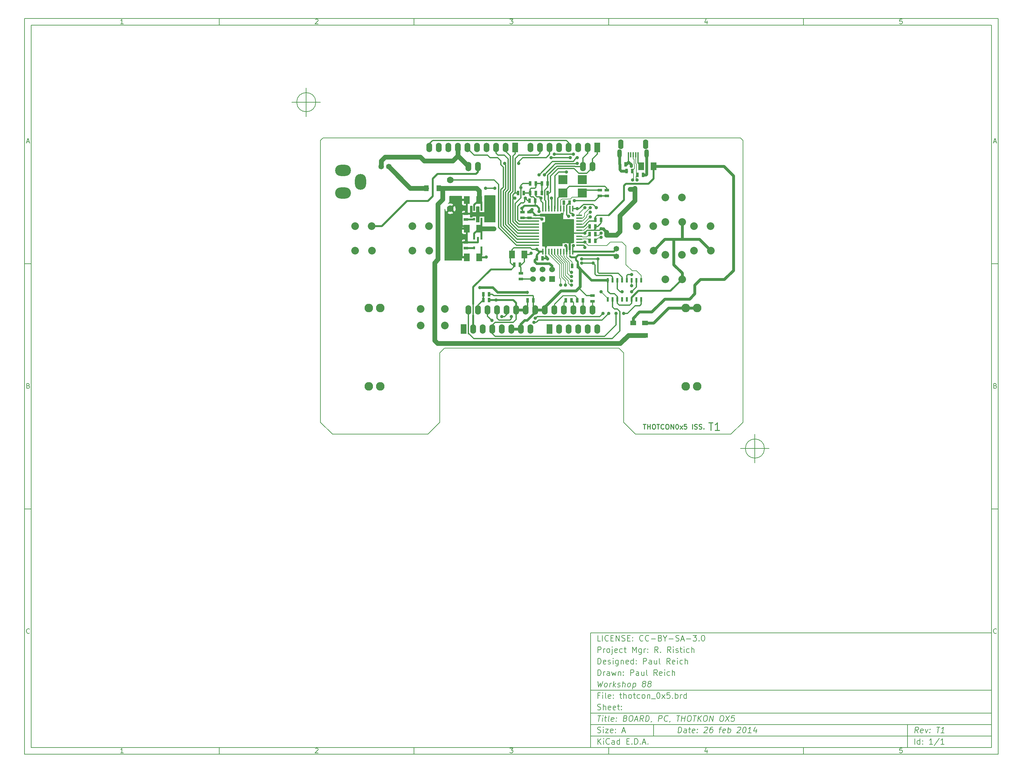
<source format=gtl>
G04 (created by PCBNEW (2013-dec-23)-stable) date Wed 26 Feb 2014 13:07:50 CST*
%MOIN*%
G04 Gerber Fmt 3.4, Leading zero omitted, Abs format*
%FSLAX34Y34*%
G01*
G70*
G90*
G04 APERTURE LIST*
%ADD10C,0.00590551*%
%ADD11C,0.006*%
%ADD12C,0.01*%
%ADD13R,0.015748X0.0531496*%
%ADD14O,0.0562992X0.10315*%
%ADD15O,0.0496063X0.0889764*%
%ADD16O,0.06X0.1*%
%ADD17C,0.08*%
%ADD18C,0.07*%
%ADD19O,0.165354X0.11811*%
%ADD20O,0.11811X0.165354*%
%ADD21C,0.0583*%
%ADD22R,0.06X0.06*%
%ADD23C,0.06*%
%ADD24R,0.025X0.045*%
%ADD25R,0.045X0.025*%
%ADD26R,0.06X0.1*%
%ADD27R,0.016X0.06*%
%ADD28R,0.06X0.016*%
%ADD29R,0.02X0.03*%
%ADD30C,0.09*%
%ADD31R,0.02X0.045*%
%ADD32R,0.06X0.08*%
%ADD33R,0.0492126X0.0590551*%
%ADD34R,0.0590551X0.0492126*%
%ADD35R,0.095X0.095*%
%ADD36C,0.035*%
%ADD37C,0.02*%
%ADD38C,0.012*%
%ADD39C,0.03*%
%ADD40C,0.05*%
%ADD41C,0.025*%
%ADD42C,0.008*%
%ADD43C,0.005*%
G04 APERTURE END LIST*
G54D10*
X4000Y-4000D02*
X106000Y-4000D01*
X106000Y-81000D01*
X4000Y-81000D01*
X4000Y-4000D01*
X4700Y-4700D02*
X105300Y-4700D01*
X105300Y-80300D01*
X4700Y-80300D01*
X4700Y-4700D01*
X24400Y-4000D02*
X24400Y-4700D01*
X14342Y-4552D02*
X14057Y-4552D01*
X14200Y-4552D02*
X14200Y-4052D01*
X14152Y-4123D01*
X14104Y-4171D01*
X14057Y-4195D01*
X24400Y-81000D02*
X24400Y-80300D01*
X14342Y-80852D02*
X14057Y-80852D01*
X14200Y-80852D02*
X14200Y-80352D01*
X14152Y-80423D01*
X14104Y-80471D01*
X14057Y-80495D01*
X44800Y-4000D02*
X44800Y-4700D01*
X34457Y-4100D02*
X34480Y-4076D01*
X34528Y-4052D01*
X34647Y-4052D01*
X34695Y-4076D01*
X34719Y-4100D01*
X34742Y-4147D01*
X34742Y-4195D01*
X34719Y-4266D01*
X34433Y-4552D01*
X34742Y-4552D01*
X44800Y-81000D02*
X44800Y-80300D01*
X34457Y-80400D02*
X34480Y-80376D01*
X34528Y-80352D01*
X34647Y-80352D01*
X34695Y-80376D01*
X34719Y-80400D01*
X34742Y-80447D01*
X34742Y-80495D01*
X34719Y-80566D01*
X34433Y-80852D01*
X34742Y-80852D01*
X65200Y-4000D02*
X65200Y-4700D01*
X54833Y-4052D02*
X55142Y-4052D01*
X54976Y-4242D01*
X55047Y-4242D01*
X55095Y-4266D01*
X55119Y-4290D01*
X55142Y-4338D01*
X55142Y-4457D01*
X55119Y-4504D01*
X55095Y-4528D01*
X55047Y-4552D01*
X54904Y-4552D01*
X54857Y-4528D01*
X54833Y-4504D01*
X65200Y-81000D02*
X65200Y-80300D01*
X54833Y-80352D02*
X55142Y-80352D01*
X54976Y-80542D01*
X55047Y-80542D01*
X55095Y-80566D01*
X55119Y-80590D01*
X55142Y-80638D01*
X55142Y-80757D01*
X55119Y-80804D01*
X55095Y-80828D01*
X55047Y-80852D01*
X54904Y-80852D01*
X54857Y-80828D01*
X54833Y-80804D01*
X85600Y-4000D02*
X85600Y-4700D01*
X75495Y-4219D02*
X75495Y-4552D01*
X75376Y-4028D02*
X75257Y-4385D01*
X75566Y-4385D01*
X85600Y-81000D02*
X85600Y-80300D01*
X75495Y-80519D02*
X75495Y-80852D01*
X75376Y-80328D02*
X75257Y-80685D01*
X75566Y-80685D01*
X95919Y-4052D02*
X95680Y-4052D01*
X95657Y-4290D01*
X95680Y-4266D01*
X95728Y-4242D01*
X95847Y-4242D01*
X95895Y-4266D01*
X95919Y-4290D01*
X95942Y-4338D01*
X95942Y-4457D01*
X95919Y-4504D01*
X95895Y-4528D01*
X95847Y-4552D01*
X95728Y-4552D01*
X95680Y-4528D01*
X95657Y-4504D01*
X95919Y-80352D02*
X95680Y-80352D01*
X95657Y-80590D01*
X95680Y-80566D01*
X95728Y-80542D01*
X95847Y-80542D01*
X95895Y-80566D01*
X95919Y-80590D01*
X95942Y-80638D01*
X95942Y-80757D01*
X95919Y-80804D01*
X95895Y-80828D01*
X95847Y-80852D01*
X95728Y-80852D01*
X95680Y-80828D01*
X95657Y-80804D01*
X4000Y-29660D02*
X4700Y-29660D01*
X4230Y-16889D02*
X4469Y-16889D01*
X4183Y-17032D02*
X4350Y-16532D01*
X4516Y-17032D01*
X106000Y-29660D02*
X105300Y-29660D01*
X105530Y-16889D02*
X105769Y-16889D01*
X105483Y-17032D02*
X105650Y-16532D01*
X105816Y-17032D01*
X4000Y-55320D02*
X4700Y-55320D01*
X4385Y-42430D02*
X4457Y-42454D01*
X4480Y-42478D01*
X4504Y-42525D01*
X4504Y-42597D01*
X4480Y-42644D01*
X4457Y-42668D01*
X4409Y-42692D01*
X4219Y-42692D01*
X4219Y-42192D01*
X4385Y-42192D01*
X4433Y-42216D01*
X4457Y-42240D01*
X4480Y-42287D01*
X4480Y-42335D01*
X4457Y-42382D01*
X4433Y-42406D01*
X4385Y-42430D01*
X4219Y-42430D01*
X106000Y-55320D02*
X105300Y-55320D01*
X105685Y-42430D02*
X105757Y-42454D01*
X105780Y-42478D01*
X105804Y-42525D01*
X105804Y-42597D01*
X105780Y-42644D01*
X105757Y-42668D01*
X105709Y-42692D01*
X105519Y-42692D01*
X105519Y-42192D01*
X105685Y-42192D01*
X105733Y-42216D01*
X105757Y-42240D01*
X105780Y-42287D01*
X105780Y-42335D01*
X105757Y-42382D01*
X105733Y-42406D01*
X105685Y-42430D01*
X105519Y-42430D01*
X4504Y-68304D02*
X4480Y-68328D01*
X4409Y-68352D01*
X4361Y-68352D01*
X4290Y-68328D01*
X4242Y-68280D01*
X4219Y-68233D01*
X4195Y-68138D01*
X4195Y-68066D01*
X4219Y-67971D01*
X4242Y-67923D01*
X4290Y-67876D01*
X4361Y-67852D01*
X4409Y-67852D01*
X4480Y-67876D01*
X4504Y-67900D01*
X105804Y-68304D02*
X105780Y-68328D01*
X105709Y-68352D01*
X105661Y-68352D01*
X105590Y-68328D01*
X105542Y-68280D01*
X105519Y-68233D01*
X105495Y-68138D01*
X105495Y-68066D01*
X105519Y-67971D01*
X105542Y-67923D01*
X105590Y-67876D01*
X105661Y-67852D01*
X105709Y-67852D01*
X105780Y-67876D01*
X105804Y-67900D01*
X72450Y-78742D02*
X72525Y-78142D01*
X72667Y-78142D01*
X72750Y-78171D01*
X72800Y-78228D01*
X72821Y-78285D01*
X72835Y-78400D01*
X72825Y-78485D01*
X72782Y-78600D01*
X72746Y-78657D01*
X72682Y-78714D01*
X72592Y-78742D01*
X72450Y-78742D01*
X73307Y-78742D02*
X73346Y-78428D01*
X73325Y-78371D01*
X73271Y-78342D01*
X73157Y-78342D01*
X73096Y-78371D01*
X73310Y-78714D02*
X73250Y-78742D01*
X73107Y-78742D01*
X73053Y-78714D01*
X73032Y-78657D01*
X73039Y-78600D01*
X73075Y-78542D01*
X73135Y-78514D01*
X73278Y-78514D01*
X73339Y-78485D01*
X73557Y-78342D02*
X73785Y-78342D01*
X73667Y-78142D02*
X73603Y-78657D01*
X73625Y-78714D01*
X73678Y-78742D01*
X73735Y-78742D01*
X74167Y-78714D02*
X74107Y-78742D01*
X73992Y-78742D01*
X73939Y-78714D01*
X73917Y-78657D01*
X73946Y-78428D01*
X73982Y-78371D01*
X74042Y-78342D01*
X74157Y-78342D01*
X74210Y-78371D01*
X74232Y-78428D01*
X74225Y-78485D01*
X73932Y-78542D01*
X74457Y-78685D02*
X74482Y-78714D01*
X74450Y-78742D01*
X74425Y-78714D01*
X74457Y-78685D01*
X74450Y-78742D01*
X74496Y-78371D02*
X74521Y-78400D01*
X74489Y-78428D01*
X74464Y-78400D01*
X74496Y-78371D01*
X74489Y-78428D01*
X75232Y-78200D02*
X75264Y-78171D01*
X75325Y-78142D01*
X75467Y-78142D01*
X75521Y-78171D01*
X75546Y-78200D01*
X75567Y-78257D01*
X75560Y-78314D01*
X75521Y-78400D01*
X75135Y-78742D01*
X75507Y-78742D01*
X76096Y-78142D02*
X75982Y-78142D01*
X75921Y-78171D01*
X75889Y-78200D01*
X75821Y-78285D01*
X75778Y-78400D01*
X75750Y-78628D01*
X75771Y-78685D01*
X75796Y-78714D01*
X75850Y-78742D01*
X75964Y-78742D01*
X76025Y-78714D01*
X76057Y-78685D01*
X76092Y-78628D01*
X76110Y-78485D01*
X76089Y-78428D01*
X76064Y-78400D01*
X76010Y-78371D01*
X75896Y-78371D01*
X75835Y-78400D01*
X75803Y-78428D01*
X75767Y-78485D01*
X76757Y-78342D02*
X76985Y-78342D01*
X76792Y-78742D02*
X76857Y-78228D01*
X76892Y-78171D01*
X76953Y-78142D01*
X77010Y-78142D01*
X77367Y-78714D02*
X77307Y-78742D01*
X77192Y-78742D01*
X77139Y-78714D01*
X77117Y-78657D01*
X77146Y-78428D01*
X77182Y-78371D01*
X77242Y-78342D01*
X77357Y-78342D01*
X77410Y-78371D01*
X77432Y-78428D01*
X77425Y-78485D01*
X77132Y-78542D01*
X77650Y-78742D02*
X77725Y-78142D01*
X77696Y-78371D02*
X77757Y-78342D01*
X77871Y-78342D01*
X77925Y-78371D01*
X77950Y-78400D01*
X77971Y-78457D01*
X77950Y-78628D01*
X77914Y-78685D01*
X77882Y-78714D01*
X77821Y-78742D01*
X77707Y-78742D01*
X77653Y-78714D01*
X78689Y-78200D02*
X78721Y-78171D01*
X78782Y-78142D01*
X78925Y-78142D01*
X78978Y-78171D01*
X79003Y-78200D01*
X79025Y-78257D01*
X79017Y-78314D01*
X78978Y-78400D01*
X78592Y-78742D01*
X78964Y-78742D01*
X79410Y-78142D02*
X79467Y-78142D01*
X79521Y-78171D01*
X79546Y-78200D01*
X79567Y-78257D01*
X79582Y-78371D01*
X79564Y-78514D01*
X79521Y-78628D01*
X79485Y-78685D01*
X79453Y-78714D01*
X79392Y-78742D01*
X79335Y-78742D01*
X79282Y-78714D01*
X79257Y-78685D01*
X79235Y-78628D01*
X79221Y-78514D01*
X79239Y-78371D01*
X79282Y-78257D01*
X79317Y-78200D01*
X79350Y-78171D01*
X79410Y-78142D01*
X80107Y-78742D02*
X79764Y-78742D01*
X79935Y-78742D02*
X80010Y-78142D01*
X79942Y-78228D01*
X79878Y-78285D01*
X79817Y-78314D01*
X80671Y-78342D02*
X80621Y-78742D01*
X80557Y-78114D02*
X80360Y-78542D01*
X80732Y-78542D01*
X64042Y-79942D02*
X64042Y-79342D01*
X64385Y-79942D02*
X64128Y-79600D01*
X64385Y-79342D02*
X64042Y-79685D01*
X64642Y-79942D02*
X64642Y-79542D01*
X64642Y-79342D02*
X64614Y-79371D01*
X64642Y-79400D01*
X64671Y-79371D01*
X64642Y-79342D01*
X64642Y-79400D01*
X65271Y-79885D02*
X65242Y-79914D01*
X65157Y-79942D01*
X65100Y-79942D01*
X65014Y-79914D01*
X64957Y-79857D01*
X64928Y-79800D01*
X64900Y-79685D01*
X64900Y-79600D01*
X64928Y-79485D01*
X64957Y-79428D01*
X65014Y-79371D01*
X65100Y-79342D01*
X65157Y-79342D01*
X65242Y-79371D01*
X65271Y-79400D01*
X65785Y-79942D02*
X65785Y-79628D01*
X65757Y-79571D01*
X65700Y-79542D01*
X65585Y-79542D01*
X65528Y-79571D01*
X65785Y-79914D02*
X65728Y-79942D01*
X65585Y-79942D01*
X65528Y-79914D01*
X65500Y-79857D01*
X65500Y-79800D01*
X65528Y-79742D01*
X65585Y-79714D01*
X65728Y-79714D01*
X65785Y-79685D01*
X66328Y-79942D02*
X66328Y-79342D01*
X66328Y-79914D02*
X66271Y-79942D01*
X66157Y-79942D01*
X66100Y-79914D01*
X66071Y-79885D01*
X66042Y-79828D01*
X66042Y-79657D01*
X66071Y-79600D01*
X66100Y-79571D01*
X66157Y-79542D01*
X66271Y-79542D01*
X66328Y-79571D01*
X67071Y-79628D02*
X67271Y-79628D01*
X67357Y-79942D02*
X67071Y-79942D01*
X67071Y-79342D01*
X67357Y-79342D01*
X67614Y-79885D02*
X67642Y-79914D01*
X67614Y-79942D01*
X67585Y-79914D01*
X67614Y-79885D01*
X67614Y-79942D01*
X67899Y-79942D02*
X67899Y-79342D01*
X68042Y-79342D01*
X68128Y-79371D01*
X68185Y-79428D01*
X68214Y-79485D01*
X68242Y-79600D01*
X68242Y-79685D01*
X68214Y-79800D01*
X68185Y-79857D01*
X68128Y-79914D01*
X68042Y-79942D01*
X67899Y-79942D01*
X68499Y-79885D02*
X68528Y-79914D01*
X68499Y-79942D01*
X68471Y-79914D01*
X68499Y-79885D01*
X68499Y-79942D01*
X68757Y-79771D02*
X69042Y-79771D01*
X68699Y-79942D02*
X68899Y-79342D01*
X69099Y-79942D01*
X69299Y-79885D02*
X69328Y-79914D01*
X69299Y-79942D01*
X69271Y-79914D01*
X69299Y-79885D01*
X69299Y-79942D01*
X97592Y-78742D02*
X97428Y-78457D01*
X97250Y-78742D02*
X97325Y-78142D01*
X97553Y-78142D01*
X97607Y-78171D01*
X97632Y-78200D01*
X97653Y-78257D01*
X97642Y-78342D01*
X97607Y-78400D01*
X97575Y-78428D01*
X97514Y-78457D01*
X97285Y-78457D01*
X98082Y-78714D02*
X98021Y-78742D01*
X97907Y-78742D01*
X97853Y-78714D01*
X97832Y-78657D01*
X97860Y-78428D01*
X97896Y-78371D01*
X97957Y-78342D01*
X98071Y-78342D01*
X98125Y-78371D01*
X98146Y-78428D01*
X98139Y-78485D01*
X97846Y-78542D01*
X98357Y-78342D02*
X98450Y-78742D01*
X98642Y-78342D01*
X98828Y-78685D02*
X98853Y-78714D01*
X98821Y-78742D01*
X98796Y-78714D01*
X98828Y-78685D01*
X98821Y-78742D01*
X98867Y-78371D02*
X98892Y-78400D01*
X98860Y-78428D01*
X98835Y-78400D01*
X98867Y-78371D01*
X98860Y-78428D01*
X99553Y-78142D02*
X99896Y-78142D01*
X99650Y-78742D02*
X99725Y-78142D01*
X100335Y-78742D02*
X99992Y-78742D01*
X100164Y-78742D02*
X100239Y-78142D01*
X100171Y-78228D01*
X100107Y-78285D01*
X100046Y-78314D01*
X64014Y-78714D02*
X64100Y-78742D01*
X64242Y-78742D01*
X64300Y-78714D01*
X64328Y-78685D01*
X64357Y-78628D01*
X64357Y-78571D01*
X64328Y-78514D01*
X64300Y-78485D01*
X64242Y-78457D01*
X64128Y-78428D01*
X64071Y-78400D01*
X64042Y-78371D01*
X64014Y-78314D01*
X64014Y-78257D01*
X64042Y-78200D01*
X64071Y-78171D01*
X64128Y-78142D01*
X64271Y-78142D01*
X64357Y-78171D01*
X64614Y-78742D02*
X64614Y-78342D01*
X64614Y-78142D02*
X64585Y-78171D01*
X64614Y-78200D01*
X64642Y-78171D01*
X64614Y-78142D01*
X64614Y-78200D01*
X64842Y-78342D02*
X65157Y-78342D01*
X64842Y-78742D01*
X65157Y-78742D01*
X65614Y-78714D02*
X65557Y-78742D01*
X65442Y-78742D01*
X65385Y-78714D01*
X65357Y-78657D01*
X65357Y-78428D01*
X65385Y-78371D01*
X65442Y-78342D01*
X65557Y-78342D01*
X65614Y-78371D01*
X65642Y-78428D01*
X65642Y-78485D01*
X65357Y-78542D01*
X65900Y-78685D02*
X65928Y-78714D01*
X65900Y-78742D01*
X65871Y-78714D01*
X65900Y-78685D01*
X65900Y-78742D01*
X65900Y-78371D02*
X65928Y-78400D01*
X65900Y-78428D01*
X65871Y-78400D01*
X65900Y-78371D01*
X65900Y-78428D01*
X66614Y-78571D02*
X66900Y-78571D01*
X66557Y-78742D02*
X66757Y-78142D01*
X66957Y-78742D01*
X97242Y-79942D02*
X97242Y-79342D01*
X97785Y-79942D02*
X97785Y-79342D01*
X97785Y-79914D02*
X97728Y-79942D01*
X97614Y-79942D01*
X97557Y-79914D01*
X97528Y-79885D01*
X97500Y-79828D01*
X97500Y-79657D01*
X97528Y-79600D01*
X97557Y-79571D01*
X97614Y-79542D01*
X97728Y-79542D01*
X97785Y-79571D01*
X98071Y-79885D02*
X98100Y-79914D01*
X98071Y-79942D01*
X98042Y-79914D01*
X98071Y-79885D01*
X98071Y-79942D01*
X98071Y-79571D02*
X98100Y-79600D01*
X98071Y-79628D01*
X98042Y-79600D01*
X98071Y-79571D01*
X98071Y-79628D01*
X99128Y-79942D02*
X98785Y-79942D01*
X98957Y-79942D02*
X98957Y-79342D01*
X98899Y-79428D01*
X98842Y-79485D01*
X98785Y-79514D01*
X99814Y-79314D02*
X99300Y-80085D01*
X100328Y-79942D02*
X99985Y-79942D01*
X100157Y-79942D02*
X100157Y-79342D01*
X100099Y-79428D01*
X100042Y-79485D01*
X99985Y-79514D01*
X64039Y-76942D02*
X64382Y-76942D01*
X64135Y-77542D02*
X64210Y-76942D01*
X64507Y-77542D02*
X64557Y-77142D01*
X64582Y-76942D02*
X64550Y-76971D01*
X64575Y-77000D01*
X64607Y-76971D01*
X64582Y-76942D01*
X64575Y-77000D01*
X64757Y-77142D02*
X64985Y-77142D01*
X64867Y-76942D02*
X64803Y-77457D01*
X64825Y-77514D01*
X64878Y-77542D01*
X64935Y-77542D01*
X65221Y-77542D02*
X65167Y-77514D01*
X65146Y-77457D01*
X65210Y-76942D01*
X65682Y-77514D02*
X65621Y-77542D01*
X65507Y-77542D01*
X65453Y-77514D01*
X65432Y-77457D01*
X65460Y-77228D01*
X65496Y-77171D01*
X65557Y-77142D01*
X65671Y-77142D01*
X65725Y-77171D01*
X65746Y-77228D01*
X65739Y-77285D01*
X65446Y-77342D01*
X65971Y-77485D02*
X65996Y-77514D01*
X65964Y-77542D01*
X65939Y-77514D01*
X65971Y-77485D01*
X65964Y-77542D01*
X66010Y-77171D02*
X66035Y-77200D01*
X66003Y-77228D01*
X65978Y-77200D01*
X66010Y-77171D01*
X66003Y-77228D01*
X66946Y-77228D02*
X67028Y-77257D01*
X67053Y-77285D01*
X67075Y-77342D01*
X67064Y-77428D01*
X67028Y-77485D01*
X66996Y-77514D01*
X66935Y-77542D01*
X66707Y-77542D01*
X66782Y-76942D01*
X66982Y-76942D01*
X67035Y-76971D01*
X67060Y-77000D01*
X67082Y-77057D01*
X67075Y-77114D01*
X67039Y-77171D01*
X67007Y-77200D01*
X66946Y-77228D01*
X66746Y-77228D01*
X67496Y-76942D02*
X67610Y-76942D01*
X67664Y-76971D01*
X67714Y-77028D01*
X67728Y-77142D01*
X67703Y-77342D01*
X67660Y-77457D01*
X67596Y-77514D01*
X67535Y-77542D01*
X67421Y-77542D01*
X67367Y-77514D01*
X67317Y-77457D01*
X67303Y-77342D01*
X67328Y-77142D01*
X67371Y-77028D01*
X67435Y-76971D01*
X67496Y-76942D01*
X67928Y-77371D02*
X68214Y-77371D01*
X67850Y-77542D02*
X68125Y-76942D01*
X68250Y-77542D01*
X68792Y-77542D02*
X68628Y-77257D01*
X68450Y-77542D02*
X68525Y-76942D01*
X68753Y-76942D01*
X68807Y-76971D01*
X68832Y-77000D01*
X68853Y-77057D01*
X68842Y-77142D01*
X68807Y-77200D01*
X68775Y-77228D01*
X68714Y-77257D01*
X68485Y-77257D01*
X69050Y-77542D02*
X69125Y-76942D01*
X69267Y-76942D01*
X69350Y-76971D01*
X69400Y-77028D01*
X69421Y-77085D01*
X69435Y-77200D01*
X69425Y-77285D01*
X69382Y-77400D01*
X69346Y-77457D01*
X69282Y-77514D01*
X69192Y-77542D01*
X69050Y-77542D01*
X69682Y-77514D02*
X69678Y-77542D01*
X69642Y-77600D01*
X69610Y-77628D01*
X70392Y-77542D02*
X70467Y-76942D01*
X70696Y-76942D01*
X70749Y-76971D01*
X70775Y-77000D01*
X70796Y-77057D01*
X70785Y-77142D01*
X70750Y-77200D01*
X70717Y-77228D01*
X70657Y-77257D01*
X70428Y-77257D01*
X71342Y-77485D02*
X71310Y-77514D01*
X71221Y-77542D01*
X71164Y-77542D01*
X71082Y-77514D01*
X71032Y-77457D01*
X71010Y-77400D01*
X70996Y-77285D01*
X71007Y-77200D01*
X71050Y-77085D01*
X71085Y-77028D01*
X71149Y-76971D01*
X71239Y-76942D01*
X71296Y-76942D01*
X71378Y-76971D01*
X71403Y-77000D01*
X71625Y-77514D02*
X71621Y-77542D01*
X71585Y-77600D01*
X71553Y-77628D01*
X72325Y-76942D02*
X72667Y-76942D01*
X72421Y-77542D02*
X72496Y-76942D01*
X72792Y-77542D02*
X72867Y-76942D01*
X72832Y-77228D02*
X73175Y-77228D01*
X73135Y-77542D02*
X73210Y-76942D01*
X73610Y-76942D02*
X73725Y-76942D01*
X73778Y-76971D01*
X73828Y-77028D01*
X73842Y-77142D01*
X73817Y-77342D01*
X73774Y-77457D01*
X73710Y-77514D01*
X73650Y-77542D01*
X73535Y-77542D01*
X73482Y-77514D01*
X73432Y-77457D01*
X73417Y-77342D01*
X73442Y-77142D01*
X73485Y-77028D01*
X73549Y-76971D01*
X73610Y-76942D01*
X74039Y-76942D02*
X74382Y-76942D01*
X74135Y-77542D02*
X74210Y-76942D01*
X74507Y-77542D02*
X74582Y-76942D01*
X74849Y-77542D02*
X74635Y-77200D01*
X74924Y-76942D02*
X74539Y-77285D01*
X75296Y-76942D02*
X75410Y-76942D01*
X75464Y-76971D01*
X75514Y-77028D01*
X75528Y-77142D01*
X75503Y-77342D01*
X75460Y-77457D01*
X75396Y-77514D01*
X75335Y-77542D01*
X75221Y-77542D01*
X75167Y-77514D01*
X75117Y-77457D01*
X75103Y-77342D01*
X75128Y-77142D01*
X75171Y-77028D01*
X75235Y-76971D01*
X75296Y-76942D01*
X75735Y-77542D02*
X75810Y-76942D01*
X76078Y-77542D01*
X76153Y-76942D01*
X77010Y-76942D02*
X77124Y-76942D01*
X77178Y-76971D01*
X77228Y-77028D01*
X77242Y-77142D01*
X77217Y-77342D01*
X77174Y-77457D01*
X77110Y-77514D01*
X77049Y-77542D01*
X76935Y-77542D01*
X76882Y-77514D01*
X76832Y-77457D01*
X76817Y-77342D01*
X76842Y-77142D01*
X76885Y-77028D01*
X76949Y-76971D01*
X77010Y-76942D01*
X77467Y-76942D02*
X77792Y-77542D01*
X77867Y-76942D02*
X77392Y-77542D01*
X78382Y-76942D02*
X78096Y-76942D01*
X78032Y-77228D01*
X78064Y-77200D01*
X78124Y-77171D01*
X78267Y-77171D01*
X78321Y-77200D01*
X78346Y-77228D01*
X78367Y-77285D01*
X78349Y-77428D01*
X78314Y-77485D01*
X78282Y-77514D01*
X78221Y-77542D01*
X78078Y-77542D01*
X78024Y-77514D01*
X77999Y-77485D01*
X64242Y-74828D02*
X64042Y-74828D01*
X64042Y-75142D02*
X64042Y-74542D01*
X64328Y-74542D01*
X64557Y-75142D02*
X64557Y-74742D01*
X64557Y-74542D02*
X64528Y-74571D01*
X64557Y-74600D01*
X64585Y-74571D01*
X64557Y-74542D01*
X64557Y-74600D01*
X64928Y-75142D02*
X64871Y-75114D01*
X64842Y-75057D01*
X64842Y-74542D01*
X65385Y-75114D02*
X65328Y-75142D01*
X65214Y-75142D01*
X65157Y-75114D01*
X65128Y-75057D01*
X65128Y-74828D01*
X65157Y-74771D01*
X65214Y-74742D01*
X65328Y-74742D01*
X65385Y-74771D01*
X65414Y-74828D01*
X65414Y-74885D01*
X65128Y-74942D01*
X65671Y-75085D02*
X65700Y-75114D01*
X65671Y-75142D01*
X65642Y-75114D01*
X65671Y-75085D01*
X65671Y-75142D01*
X65671Y-74771D02*
X65700Y-74800D01*
X65671Y-74828D01*
X65642Y-74800D01*
X65671Y-74771D01*
X65671Y-74828D01*
X66328Y-74742D02*
X66557Y-74742D01*
X66414Y-74542D02*
X66414Y-75057D01*
X66442Y-75114D01*
X66500Y-75142D01*
X66557Y-75142D01*
X66757Y-75142D02*
X66757Y-74542D01*
X67014Y-75142D02*
X67014Y-74828D01*
X66985Y-74771D01*
X66928Y-74742D01*
X66842Y-74742D01*
X66785Y-74771D01*
X66757Y-74800D01*
X67385Y-75142D02*
X67328Y-75114D01*
X67300Y-75085D01*
X67271Y-75028D01*
X67271Y-74857D01*
X67300Y-74800D01*
X67328Y-74771D01*
X67385Y-74742D01*
X67471Y-74742D01*
X67528Y-74771D01*
X67557Y-74800D01*
X67585Y-74857D01*
X67585Y-75028D01*
X67557Y-75085D01*
X67528Y-75114D01*
X67471Y-75142D01*
X67385Y-75142D01*
X67757Y-74742D02*
X67985Y-74742D01*
X67842Y-74542D02*
X67842Y-75057D01*
X67871Y-75114D01*
X67928Y-75142D01*
X67985Y-75142D01*
X68442Y-75114D02*
X68385Y-75142D01*
X68271Y-75142D01*
X68214Y-75114D01*
X68185Y-75085D01*
X68157Y-75028D01*
X68157Y-74857D01*
X68185Y-74800D01*
X68214Y-74771D01*
X68271Y-74742D01*
X68385Y-74742D01*
X68442Y-74771D01*
X68785Y-75142D02*
X68728Y-75114D01*
X68700Y-75085D01*
X68671Y-75028D01*
X68671Y-74857D01*
X68700Y-74800D01*
X68728Y-74771D01*
X68785Y-74742D01*
X68871Y-74742D01*
X68928Y-74771D01*
X68957Y-74800D01*
X68985Y-74857D01*
X68985Y-75028D01*
X68957Y-75085D01*
X68928Y-75114D01*
X68871Y-75142D01*
X68785Y-75142D01*
X69242Y-74742D02*
X69242Y-75142D01*
X69242Y-74800D02*
X69271Y-74771D01*
X69328Y-74742D01*
X69414Y-74742D01*
X69471Y-74771D01*
X69500Y-74828D01*
X69500Y-75142D01*
X69642Y-75200D02*
X70100Y-75200D01*
X70357Y-74542D02*
X70414Y-74542D01*
X70471Y-74571D01*
X70500Y-74600D01*
X70528Y-74657D01*
X70557Y-74771D01*
X70557Y-74914D01*
X70528Y-75028D01*
X70500Y-75085D01*
X70471Y-75114D01*
X70414Y-75142D01*
X70357Y-75142D01*
X70300Y-75114D01*
X70271Y-75085D01*
X70242Y-75028D01*
X70214Y-74914D01*
X70214Y-74771D01*
X70242Y-74657D01*
X70271Y-74600D01*
X70300Y-74571D01*
X70357Y-74542D01*
X70757Y-75142D02*
X71071Y-74742D01*
X70757Y-74742D02*
X71071Y-75142D01*
X71585Y-74542D02*
X71300Y-74542D01*
X71271Y-74828D01*
X71300Y-74800D01*
X71357Y-74771D01*
X71500Y-74771D01*
X71557Y-74800D01*
X71585Y-74828D01*
X71614Y-74885D01*
X71614Y-75028D01*
X71585Y-75085D01*
X71557Y-75114D01*
X71500Y-75142D01*
X71357Y-75142D01*
X71300Y-75114D01*
X71271Y-75085D01*
X71871Y-75085D02*
X71900Y-75114D01*
X71871Y-75142D01*
X71842Y-75114D01*
X71871Y-75085D01*
X71871Y-75142D01*
X72157Y-75142D02*
X72157Y-74542D01*
X72157Y-74771D02*
X72214Y-74742D01*
X72328Y-74742D01*
X72385Y-74771D01*
X72414Y-74800D01*
X72442Y-74857D01*
X72442Y-75028D01*
X72414Y-75085D01*
X72385Y-75114D01*
X72328Y-75142D01*
X72214Y-75142D01*
X72157Y-75114D01*
X72700Y-75142D02*
X72700Y-74742D01*
X72700Y-74857D02*
X72728Y-74800D01*
X72757Y-74771D01*
X72814Y-74742D01*
X72871Y-74742D01*
X73328Y-75142D02*
X73328Y-74542D01*
X73328Y-75114D02*
X73271Y-75142D01*
X73157Y-75142D01*
X73100Y-75114D01*
X73071Y-75085D01*
X73042Y-75028D01*
X73042Y-74857D01*
X73071Y-74800D01*
X73100Y-74771D01*
X73157Y-74742D01*
X73271Y-74742D01*
X73328Y-74771D01*
X64014Y-76314D02*
X64100Y-76342D01*
X64242Y-76342D01*
X64300Y-76314D01*
X64328Y-76285D01*
X64357Y-76228D01*
X64357Y-76171D01*
X64328Y-76114D01*
X64300Y-76085D01*
X64242Y-76057D01*
X64128Y-76028D01*
X64071Y-76000D01*
X64042Y-75971D01*
X64014Y-75914D01*
X64014Y-75857D01*
X64042Y-75800D01*
X64071Y-75771D01*
X64128Y-75742D01*
X64271Y-75742D01*
X64357Y-75771D01*
X64614Y-76342D02*
X64614Y-75742D01*
X64871Y-76342D02*
X64871Y-76028D01*
X64842Y-75971D01*
X64785Y-75942D01*
X64700Y-75942D01*
X64642Y-75971D01*
X64614Y-76000D01*
X65385Y-76314D02*
X65328Y-76342D01*
X65214Y-76342D01*
X65157Y-76314D01*
X65128Y-76257D01*
X65128Y-76028D01*
X65157Y-75971D01*
X65214Y-75942D01*
X65328Y-75942D01*
X65385Y-75971D01*
X65414Y-76028D01*
X65414Y-76085D01*
X65128Y-76142D01*
X65900Y-76314D02*
X65842Y-76342D01*
X65728Y-76342D01*
X65671Y-76314D01*
X65642Y-76257D01*
X65642Y-76028D01*
X65671Y-75971D01*
X65728Y-75942D01*
X65842Y-75942D01*
X65900Y-75971D01*
X65928Y-76028D01*
X65928Y-76085D01*
X65642Y-76142D01*
X66100Y-75942D02*
X66328Y-75942D01*
X66185Y-75742D02*
X66185Y-76257D01*
X66214Y-76314D01*
X66271Y-76342D01*
X66328Y-76342D01*
X66528Y-76285D02*
X66557Y-76314D01*
X66528Y-76342D01*
X66500Y-76314D01*
X66528Y-76285D01*
X66528Y-76342D01*
X66528Y-75971D02*
X66557Y-76000D01*
X66528Y-76028D01*
X66500Y-76000D01*
X66528Y-75971D01*
X66528Y-76028D01*
X64067Y-73342D02*
X64135Y-73942D01*
X64303Y-73514D01*
X64364Y-73942D01*
X64582Y-73342D01*
X64821Y-73942D02*
X64767Y-73914D01*
X64742Y-73885D01*
X64721Y-73828D01*
X64742Y-73657D01*
X64778Y-73600D01*
X64810Y-73571D01*
X64871Y-73542D01*
X64957Y-73542D01*
X65010Y-73571D01*
X65035Y-73600D01*
X65057Y-73657D01*
X65035Y-73828D01*
X65000Y-73885D01*
X64967Y-73914D01*
X64907Y-73942D01*
X64821Y-73942D01*
X65278Y-73942D02*
X65328Y-73542D01*
X65314Y-73657D02*
X65350Y-73600D01*
X65382Y-73571D01*
X65442Y-73542D01*
X65500Y-73542D01*
X65650Y-73942D02*
X65725Y-73342D01*
X65735Y-73714D02*
X65878Y-73942D01*
X65928Y-73542D02*
X65671Y-73771D01*
X66110Y-73914D02*
X66164Y-73942D01*
X66278Y-73942D01*
X66339Y-73914D01*
X66375Y-73857D01*
X66378Y-73828D01*
X66357Y-73771D01*
X66303Y-73742D01*
X66217Y-73742D01*
X66164Y-73714D01*
X66142Y-73657D01*
X66146Y-73628D01*
X66182Y-73571D01*
X66242Y-73542D01*
X66328Y-73542D01*
X66382Y-73571D01*
X66621Y-73942D02*
X66696Y-73342D01*
X66878Y-73942D02*
X66917Y-73628D01*
X66896Y-73571D01*
X66842Y-73542D01*
X66757Y-73542D01*
X66696Y-73571D01*
X66664Y-73600D01*
X67249Y-73942D02*
X67196Y-73914D01*
X67171Y-73885D01*
X67150Y-73828D01*
X67171Y-73657D01*
X67207Y-73600D01*
X67239Y-73571D01*
X67299Y-73542D01*
X67385Y-73542D01*
X67439Y-73571D01*
X67464Y-73600D01*
X67485Y-73657D01*
X67464Y-73828D01*
X67428Y-73885D01*
X67396Y-73914D01*
X67335Y-73942D01*
X67249Y-73942D01*
X67757Y-73542D02*
X67682Y-74142D01*
X67753Y-73571D02*
X67814Y-73542D01*
X67928Y-73542D01*
X67982Y-73571D01*
X68007Y-73600D01*
X68028Y-73657D01*
X68007Y-73828D01*
X67971Y-73885D01*
X67939Y-73914D01*
X67878Y-73942D01*
X67764Y-73942D01*
X67710Y-73914D01*
X68835Y-73600D02*
X68782Y-73571D01*
X68757Y-73542D01*
X68735Y-73485D01*
X68739Y-73457D01*
X68774Y-73400D01*
X68807Y-73371D01*
X68867Y-73342D01*
X68982Y-73342D01*
X69035Y-73371D01*
X69060Y-73400D01*
X69082Y-73457D01*
X69078Y-73485D01*
X69042Y-73542D01*
X69010Y-73571D01*
X68949Y-73600D01*
X68835Y-73600D01*
X68775Y-73628D01*
X68742Y-73657D01*
X68707Y-73714D01*
X68692Y-73828D01*
X68714Y-73885D01*
X68739Y-73914D01*
X68792Y-73942D01*
X68907Y-73942D01*
X68967Y-73914D01*
X68999Y-73885D01*
X69035Y-73828D01*
X69049Y-73714D01*
X69028Y-73657D01*
X69003Y-73628D01*
X68949Y-73600D01*
X69407Y-73600D02*
X69353Y-73571D01*
X69328Y-73542D01*
X69307Y-73485D01*
X69310Y-73457D01*
X69346Y-73400D01*
X69378Y-73371D01*
X69439Y-73342D01*
X69553Y-73342D01*
X69607Y-73371D01*
X69632Y-73400D01*
X69653Y-73457D01*
X69650Y-73485D01*
X69614Y-73542D01*
X69582Y-73571D01*
X69521Y-73600D01*
X69407Y-73600D01*
X69346Y-73628D01*
X69314Y-73657D01*
X69278Y-73714D01*
X69264Y-73828D01*
X69285Y-73885D01*
X69310Y-73914D01*
X69364Y-73942D01*
X69478Y-73942D01*
X69539Y-73914D01*
X69571Y-73885D01*
X69607Y-73828D01*
X69621Y-73714D01*
X69599Y-73657D01*
X69575Y-73628D01*
X69521Y-73600D01*
X64042Y-72742D02*
X64042Y-72142D01*
X64185Y-72142D01*
X64271Y-72171D01*
X64328Y-72228D01*
X64357Y-72285D01*
X64385Y-72400D01*
X64385Y-72485D01*
X64357Y-72600D01*
X64328Y-72657D01*
X64271Y-72714D01*
X64185Y-72742D01*
X64042Y-72742D01*
X64642Y-72742D02*
X64642Y-72342D01*
X64642Y-72457D02*
X64671Y-72400D01*
X64700Y-72371D01*
X64757Y-72342D01*
X64814Y-72342D01*
X65271Y-72742D02*
X65271Y-72428D01*
X65242Y-72371D01*
X65185Y-72342D01*
X65071Y-72342D01*
X65014Y-72371D01*
X65271Y-72714D02*
X65214Y-72742D01*
X65071Y-72742D01*
X65014Y-72714D01*
X64985Y-72657D01*
X64985Y-72600D01*
X65014Y-72542D01*
X65071Y-72514D01*
X65214Y-72514D01*
X65271Y-72485D01*
X65500Y-72342D02*
X65614Y-72742D01*
X65728Y-72457D01*
X65842Y-72742D01*
X65957Y-72342D01*
X66185Y-72342D02*
X66185Y-72742D01*
X66185Y-72400D02*
X66214Y-72371D01*
X66271Y-72342D01*
X66357Y-72342D01*
X66414Y-72371D01*
X66442Y-72428D01*
X66442Y-72742D01*
X66728Y-72685D02*
X66757Y-72714D01*
X66728Y-72742D01*
X66700Y-72714D01*
X66728Y-72685D01*
X66728Y-72742D01*
X66728Y-72371D02*
X66757Y-72400D01*
X66728Y-72428D01*
X66700Y-72400D01*
X66728Y-72371D01*
X66728Y-72428D01*
X67471Y-72742D02*
X67471Y-72142D01*
X67700Y-72142D01*
X67757Y-72171D01*
X67785Y-72200D01*
X67814Y-72257D01*
X67814Y-72342D01*
X67785Y-72400D01*
X67757Y-72428D01*
X67700Y-72457D01*
X67471Y-72457D01*
X68328Y-72742D02*
X68328Y-72428D01*
X68300Y-72371D01*
X68242Y-72342D01*
X68128Y-72342D01*
X68071Y-72371D01*
X68328Y-72714D02*
X68271Y-72742D01*
X68128Y-72742D01*
X68071Y-72714D01*
X68042Y-72657D01*
X68042Y-72600D01*
X68071Y-72542D01*
X68128Y-72514D01*
X68271Y-72514D01*
X68328Y-72485D01*
X68871Y-72342D02*
X68871Y-72742D01*
X68614Y-72342D02*
X68614Y-72657D01*
X68642Y-72714D01*
X68699Y-72742D01*
X68785Y-72742D01*
X68842Y-72714D01*
X68871Y-72685D01*
X69242Y-72742D02*
X69185Y-72714D01*
X69157Y-72657D01*
X69157Y-72142D01*
X70271Y-72742D02*
X70071Y-72457D01*
X69928Y-72742D02*
X69928Y-72142D01*
X70157Y-72142D01*
X70214Y-72171D01*
X70242Y-72200D01*
X70271Y-72257D01*
X70271Y-72342D01*
X70242Y-72400D01*
X70214Y-72428D01*
X70157Y-72457D01*
X69928Y-72457D01*
X70757Y-72714D02*
X70700Y-72742D01*
X70585Y-72742D01*
X70528Y-72714D01*
X70500Y-72657D01*
X70500Y-72428D01*
X70528Y-72371D01*
X70585Y-72342D01*
X70700Y-72342D01*
X70757Y-72371D01*
X70785Y-72428D01*
X70785Y-72485D01*
X70500Y-72542D01*
X71042Y-72742D02*
X71042Y-72342D01*
X71042Y-72142D02*
X71014Y-72171D01*
X71042Y-72200D01*
X71071Y-72171D01*
X71042Y-72142D01*
X71042Y-72200D01*
X71585Y-72714D02*
X71528Y-72742D01*
X71414Y-72742D01*
X71357Y-72714D01*
X71328Y-72685D01*
X71300Y-72628D01*
X71300Y-72457D01*
X71328Y-72400D01*
X71357Y-72371D01*
X71414Y-72342D01*
X71528Y-72342D01*
X71585Y-72371D01*
X71842Y-72742D02*
X71842Y-72142D01*
X72100Y-72742D02*
X72100Y-72428D01*
X72071Y-72371D01*
X72014Y-72342D01*
X71928Y-72342D01*
X71871Y-72371D01*
X71842Y-72400D01*
X64042Y-71542D02*
X64042Y-70942D01*
X64185Y-70942D01*
X64271Y-70971D01*
X64328Y-71028D01*
X64357Y-71085D01*
X64385Y-71200D01*
X64385Y-71285D01*
X64357Y-71400D01*
X64328Y-71457D01*
X64271Y-71514D01*
X64185Y-71542D01*
X64042Y-71542D01*
X64871Y-71514D02*
X64814Y-71542D01*
X64700Y-71542D01*
X64642Y-71514D01*
X64614Y-71457D01*
X64614Y-71228D01*
X64642Y-71171D01*
X64700Y-71142D01*
X64814Y-71142D01*
X64871Y-71171D01*
X64900Y-71228D01*
X64900Y-71285D01*
X64614Y-71342D01*
X65128Y-71514D02*
X65185Y-71542D01*
X65300Y-71542D01*
X65357Y-71514D01*
X65385Y-71457D01*
X65385Y-71428D01*
X65357Y-71371D01*
X65300Y-71342D01*
X65214Y-71342D01*
X65157Y-71314D01*
X65128Y-71257D01*
X65128Y-71228D01*
X65157Y-71171D01*
X65214Y-71142D01*
X65300Y-71142D01*
X65357Y-71171D01*
X65642Y-71542D02*
X65642Y-71142D01*
X65642Y-70942D02*
X65614Y-70971D01*
X65642Y-71000D01*
X65671Y-70971D01*
X65642Y-70942D01*
X65642Y-71000D01*
X66185Y-71142D02*
X66185Y-71628D01*
X66157Y-71685D01*
X66128Y-71714D01*
X66071Y-71742D01*
X65985Y-71742D01*
X65928Y-71714D01*
X66185Y-71514D02*
X66128Y-71542D01*
X66014Y-71542D01*
X65957Y-71514D01*
X65928Y-71485D01*
X65900Y-71428D01*
X65900Y-71257D01*
X65928Y-71200D01*
X65957Y-71171D01*
X66014Y-71142D01*
X66128Y-71142D01*
X66185Y-71171D01*
X66471Y-71142D02*
X66471Y-71542D01*
X66471Y-71200D02*
X66500Y-71171D01*
X66557Y-71142D01*
X66642Y-71142D01*
X66700Y-71171D01*
X66728Y-71228D01*
X66728Y-71542D01*
X67242Y-71514D02*
X67185Y-71542D01*
X67071Y-71542D01*
X67014Y-71514D01*
X66985Y-71457D01*
X66985Y-71228D01*
X67014Y-71171D01*
X67071Y-71142D01*
X67185Y-71142D01*
X67242Y-71171D01*
X67271Y-71228D01*
X67271Y-71285D01*
X66985Y-71342D01*
X67785Y-71542D02*
X67785Y-70942D01*
X67785Y-71514D02*
X67728Y-71542D01*
X67614Y-71542D01*
X67557Y-71514D01*
X67528Y-71485D01*
X67500Y-71428D01*
X67500Y-71257D01*
X67528Y-71200D01*
X67557Y-71171D01*
X67614Y-71142D01*
X67728Y-71142D01*
X67785Y-71171D01*
X68071Y-71485D02*
X68100Y-71514D01*
X68071Y-71542D01*
X68042Y-71514D01*
X68071Y-71485D01*
X68071Y-71542D01*
X68071Y-71171D02*
X68100Y-71200D01*
X68071Y-71228D01*
X68042Y-71200D01*
X68071Y-71171D01*
X68071Y-71228D01*
X68814Y-71542D02*
X68814Y-70942D01*
X69042Y-70942D01*
X69099Y-70971D01*
X69128Y-71000D01*
X69157Y-71057D01*
X69157Y-71142D01*
X69128Y-71200D01*
X69099Y-71228D01*
X69042Y-71257D01*
X68814Y-71257D01*
X69671Y-71542D02*
X69671Y-71228D01*
X69642Y-71171D01*
X69585Y-71142D01*
X69471Y-71142D01*
X69414Y-71171D01*
X69671Y-71514D02*
X69614Y-71542D01*
X69471Y-71542D01*
X69414Y-71514D01*
X69385Y-71457D01*
X69385Y-71400D01*
X69414Y-71342D01*
X69471Y-71314D01*
X69614Y-71314D01*
X69671Y-71285D01*
X70214Y-71142D02*
X70214Y-71542D01*
X69957Y-71142D02*
X69957Y-71457D01*
X69985Y-71514D01*
X70042Y-71542D01*
X70128Y-71542D01*
X70185Y-71514D01*
X70214Y-71485D01*
X70585Y-71542D02*
X70528Y-71514D01*
X70499Y-71457D01*
X70499Y-70942D01*
X71614Y-71542D02*
X71414Y-71257D01*
X71271Y-71542D02*
X71271Y-70942D01*
X71500Y-70942D01*
X71557Y-70971D01*
X71585Y-71000D01*
X71614Y-71057D01*
X71614Y-71142D01*
X71585Y-71200D01*
X71557Y-71228D01*
X71500Y-71257D01*
X71271Y-71257D01*
X72100Y-71514D02*
X72042Y-71542D01*
X71928Y-71542D01*
X71871Y-71514D01*
X71842Y-71457D01*
X71842Y-71228D01*
X71871Y-71171D01*
X71928Y-71142D01*
X72042Y-71142D01*
X72100Y-71171D01*
X72128Y-71228D01*
X72128Y-71285D01*
X71842Y-71342D01*
X72385Y-71542D02*
X72385Y-71142D01*
X72385Y-70942D02*
X72357Y-70971D01*
X72385Y-71000D01*
X72414Y-70971D01*
X72385Y-70942D01*
X72385Y-71000D01*
X72928Y-71514D02*
X72871Y-71542D01*
X72757Y-71542D01*
X72700Y-71514D01*
X72671Y-71485D01*
X72642Y-71428D01*
X72642Y-71257D01*
X72671Y-71200D01*
X72700Y-71171D01*
X72757Y-71142D01*
X72871Y-71142D01*
X72928Y-71171D01*
X73185Y-71542D02*
X73185Y-70942D01*
X73442Y-71542D02*
X73442Y-71228D01*
X73414Y-71171D01*
X73357Y-71142D01*
X73271Y-71142D01*
X73214Y-71171D01*
X73185Y-71200D01*
X64042Y-70342D02*
X64042Y-69742D01*
X64271Y-69742D01*
X64328Y-69771D01*
X64357Y-69800D01*
X64385Y-69857D01*
X64385Y-69942D01*
X64357Y-70000D01*
X64328Y-70028D01*
X64271Y-70057D01*
X64042Y-70057D01*
X64642Y-70342D02*
X64642Y-69942D01*
X64642Y-70057D02*
X64671Y-70000D01*
X64700Y-69971D01*
X64757Y-69942D01*
X64814Y-69942D01*
X65100Y-70342D02*
X65042Y-70314D01*
X65014Y-70285D01*
X64985Y-70228D01*
X64985Y-70057D01*
X65014Y-70000D01*
X65042Y-69971D01*
X65100Y-69942D01*
X65185Y-69942D01*
X65242Y-69971D01*
X65271Y-70000D01*
X65300Y-70057D01*
X65300Y-70228D01*
X65271Y-70285D01*
X65242Y-70314D01*
X65185Y-70342D01*
X65100Y-70342D01*
X65557Y-69942D02*
X65557Y-70457D01*
X65528Y-70514D01*
X65471Y-70542D01*
X65442Y-70542D01*
X65557Y-69742D02*
X65528Y-69771D01*
X65557Y-69800D01*
X65585Y-69771D01*
X65557Y-69742D01*
X65557Y-69800D01*
X66071Y-70314D02*
X66014Y-70342D01*
X65900Y-70342D01*
X65842Y-70314D01*
X65814Y-70257D01*
X65814Y-70028D01*
X65842Y-69971D01*
X65900Y-69942D01*
X66014Y-69942D01*
X66071Y-69971D01*
X66100Y-70028D01*
X66100Y-70085D01*
X65814Y-70142D01*
X66614Y-70314D02*
X66557Y-70342D01*
X66442Y-70342D01*
X66385Y-70314D01*
X66357Y-70285D01*
X66328Y-70228D01*
X66328Y-70057D01*
X66357Y-70000D01*
X66385Y-69971D01*
X66442Y-69942D01*
X66557Y-69942D01*
X66614Y-69971D01*
X66785Y-69942D02*
X67014Y-69942D01*
X66871Y-69742D02*
X66871Y-70257D01*
X66900Y-70314D01*
X66957Y-70342D01*
X67014Y-70342D01*
X67671Y-70342D02*
X67671Y-69742D01*
X67871Y-70171D01*
X68071Y-69742D01*
X68071Y-70342D01*
X68614Y-69942D02*
X68614Y-70428D01*
X68585Y-70485D01*
X68557Y-70514D01*
X68500Y-70542D01*
X68414Y-70542D01*
X68357Y-70514D01*
X68614Y-70314D02*
X68557Y-70342D01*
X68442Y-70342D01*
X68385Y-70314D01*
X68357Y-70285D01*
X68328Y-70228D01*
X68328Y-70057D01*
X68357Y-70000D01*
X68385Y-69971D01*
X68442Y-69942D01*
X68557Y-69942D01*
X68614Y-69971D01*
X68900Y-70342D02*
X68900Y-69942D01*
X68900Y-70057D02*
X68928Y-70000D01*
X68957Y-69971D01*
X69014Y-69942D01*
X69071Y-69942D01*
X69271Y-70285D02*
X69300Y-70314D01*
X69271Y-70342D01*
X69242Y-70314D01*
X69271Y-70285D01*
X69271Y-70342D01*
X69271Y-69971D02*
X69300Y-70000D01*
X69271Y-70028D01*
X69242Y-70000D01*
X69271Y-69971D01*
X69271Y-70028D01*
X70357Y-70342D02*
X70157Y-70057D01*
X70014Y-70342D02*
X70014Y-69742D01*
X70242Y-69742D01*
X70300Y-69771D01*
X70328Y-69800D01*
X70357Y-69857D01*
X70357Y-69942D01*
X70328Y-70000D01*
X70300Y-70028D01*
X70242Y-70057D01*
X70014Y-70057D01*
X70614Y-70285D02*
X70642Y-70314D01*
X70614Y-70342D01*
X70585Y-70314D01*
X70614Y-70285D01*
X70614Y-70342D01*
X71700Y-70342D02*
X71500Y-70057D01*
X71357Y-70342D02*
X71357Y-69742D01*
X71585Y-69742D01*
X71642Y-69771D01*
X71671Y-69800D01*
X71700Y-69857D01*
X71700Y-69942D01*
X71671Y-70000D01*
X71642Y-70028D01*
X71585Y-70057D01*
X71357Y-70057D01*
X71957Y-70342D02*
X71957Y-69942D01*
X71957Y-69742D02*
X71928Y-69771D01*
X71957Y-69800D01*
X71985Y-69771D01*
X71957Y-69742D01*
X71957Y-69800D01*
X72214Y-70314D02*
X72271Y-70342D01*
X72385Y-70342D01*
X72442Y-70314D01*
X72471Y-70257D01*
X72471Y-70228D01*
X72442Y-70171D01*
X72385Y-70142D01*
X72300Y-70142D01*
X72242Y-70114D01*
X72214Y-70057D01*
X72214Y-70028D01*
X72242Y-69971D01*
X72300Y-69942D01*
X72385Y-69942D01*
X72442Y-69971D01*
X72642Y-69942D02*
X72871Y-69942D01*
X72728Y-69742D02*
X72728Y-70257D01*
X72757Y-70314D01*
X72814Y-70342D01*
X72871Y-70342D01*
X73071Y-70342D02*
X73071Y-69942D01*
X73071Y-69742D02*
X73042Y-69771D01*
X73071Y-69800D01*
X73100Y-69771D01*
X73071Y-69742D01*
X73071Y-69800D01*
X73614Y-70314D02*
X73557Y-70342D01*
X73442Y-70342D01*
X73385Y-70314D01*
X73357Y-70285D01*
X73328Y-70228D01*
X73328Y-70057D01*
X73357Y-70000D01*
X73385Y-69971D01*
X73442Y-69942D01*
X73557Y-69942D01*
X73614Y-69971D01*
X73871Y-70342D02*
X73871Y-69742D01*
X74128Y-70342D02*
X74128Y-70028D01*
X74100Y-69971D01*
X74042Y-69942D01*
X73957Y-69942D01*
X73900Y-69971D01*
X73871Y-70000D01*
X64328Y-69142D02*
X64042Y-69142D01*
X64042Y-68542D01*
X64528Y-69142D02*
X64528Y-68542D01*
X65157Y-69085D02*
X65128Y-69114D01*
X65042Y-69142D01*
X64985Y-69142D01*
X64899Y-69114D01*
X64842Y-69057D01*
X64814Y-69000D01*
X64785Y-68885D01*
X64785Y-68800D01*
X64814Y-68685D01*
X64842Y-68628D01*
X64899Y-68571D01*
X64985Y-68542D01*
X65042Y-68542D01*
X65128Y-68571D01*
X65157Y-68600D01*
X65414Y-68828D02*
X65614Y-68828D01*
X65699Y-69142D02*
X65414Y-69142D01*
X65414Y-68542D01*
X65699Y-68542D01*
X65957Y-69142D02*
X65957Y-68542D01*
X66299Y-69142D01*
X66299Y-68542D01*
X66557Y-69114D02*
X66642Y-69142D01*
X66785Y-69142D01*
X66842Y-69114D01*
X66871Y-69085D01*
X66899Y-69028D01*
X66899Y-68971D01*
X66871Y-68914D01*
X66842Y-68885D01*
X66785Y-68857D01*
X66671Y-68828D01*
X66614Y-68800D01*
X66585Y-68771D01*
X66557Y-68714D01*
X66557Y-68657D01*
X66585Y-68600D01*
X66614Y-68571D01*
X66671Y-68542D01*
X66814Y-68542D01*
X66899Y-68571D01*
X67157Y-68828D02*
X67357Y-68828D01*
X67442Y-69142D02*
X67157Y-69142D01*
X67157Y-68542D01*
X67442Y-68542D01*
X67699Y-69085D02*
X67728Y-69114D01*
X67699Y-69142D01*
X67671Y-69114D01*
X67699Y-69085D01*
X67699Y-69142D01*
X67699Y-68771D02*
X67728Y-68800D01*
X67699Y-68828D01*
X67671Y-68800D01*
X67699Y-68771D01*
X67699Y-68828D01*
X68785Y-69085D02*
X68757Y-69114D01*
X68671Y-69142D01*
X68614Y-69142D01*
X68528Y-69114D01*
X68471Y-69057D01*
X68442Y-69000D01*
X68414Y-68885D01*
X68414Y-68800D01*
X68442Y-68685D01*
X68471Y-68628D01*
X68528Y-68571D01*
X68614Y-68542D01*
X68671Y-68542D01*
X68757Y-68571D01*
X68785Y-68600D01*
X69385Y-69085D02*
X69357Y-69114D01*
X69271Y-69142D01*
X69214Y-69142D01*
X69128Y-69114D01*
X69071Y-69057D01*
X69042Y-69000D01*
X69014Y-68885D01*
X69014Y-68800D01*
X69042Y-68685D01*
X69071Y-68628D01*
X69128Y-68571D01*
X69214Y-68542D01*
X69271Y-68542D01*
X69357Y-68571D01*
X69385Y-68600D01*
X69642Y-68914D02*
X70099Y-68914D01*
X70585Y-68828D02*
X70671Y-68857D01*
X70699Y-68885D01*
X70728Y-68942D01*
X70728Y-69028D01*
X70699Y-69085D01*
X70671Y-69114D01*
X70614Y-69142D01*
X70385Y-69142D01*
X70385Y-68542D01*
X70585Y-68542D01*
X70642Y-68571D01*
X70671Y-68600D01*
X70699Y-68657D01*
X70699Y-68714D01*
X70671Y-68771D01*
X70642Y-68800D01*
X70585Y-68828D01*
X70385Y-68828D01*
X71099Y-68857D02*
X71099Y-69142D01*
X70899Y-68542D02*
X71099Y-68857D01*
X71299Y-68542D01*
X71499Y-68914D02*
X71957Y-68914D01*
X72214Y-69114D02*
X72299Y-69142D01*
X72442Y-69142D01*
X72499Y-69114D01*
X72528Y-69085D01*
X72557Y-69028D01*
X72557Y-68971D01*
X72528Y-68914D01*
X72499Y-68885D01*
X72442Y-68857D01*
X72328Y-68828D01*
X72271Y-68800D01*
X72242Y-68771D01*
X72214Y-68714D01*
X72214Y-68657D01*
X72242Y-68600D01*
X72271Y-68571D01*
X72328Y-68542D01*
X72471Y-68542D01*
X72557Y-68571D01*
X72785Y-68971D02*
X73071Y-68971D01*
X72728Y-69142D02*
X72928Y-68542D01*
X73128Y-69142D01*
X73328Y-68914D02*
X73785Y-68914D01*
X74014Y-68542D02*
X74385Y-68542D01*
X74185Y-68771D01*
X74271Y-68771D01*
X74328Y-68800D01*
X74357Y-68828D01*
X74385Y-68885D01*
X74385Y-69028D01*
X74357Y-69085D01*
X74328Y-69114D01*
X74271Y-69142D01*
X74100Y-69142D01*
X74042Y-69114D01*
X74014Y-69085D01*
X74642Y-69085D02*
X74671Y-69114D01*
X74642Y-69142D01*
X74614Y-69114D01*
X74642Y-69085D01*
X74642Y-69142D01*
X75042Y-68542D02*
X75100Y-68542D01*
X75157Y-68571D01*
X75185Y-68600D01*
X75214Y-68657D01*
X75242Y-68771D01*
X75242Y-68914D01*
X75214Y-69028D01*
X75185Y-69085D01*
X75157Y-69114D01*
X75100Y-69142D01*
X75042Y-69142D01*
X74985Y-69114D01*
X74957Y-69085D01*
X74928Y-69028D01*
X74900Y-68914D01*
X74900Y-68771D01*
X74928Y-68657D01*
X74957Y-68600D01*
X74985Y-68571D01*
X75042Y-68542D01*
X63300Y-68300D02*
X63300Y-80300D01*
X63300Y-74300D02*
X105300Y-74300D01*
X63300Y-68300D02*
X105300Y-68300D01*
X63300Y-76700D02*
X105300Y-76700D01*
X96500Y-77900D02*
X96500Y-80300D01*
X63300Y-79100D02*
X105300Y-79100D01*
X63300Y-77900D02*
X105300Y-77900D01*
X69900Y-77900D02*
X69900Y-79100D01*
G54D11*
X66250Y-38500D02*
X66750Y-39000D01*
X48000Y-38500D02*
X47500Y-39000D01*
X48000Y-38500D02*
X66250Y-38500D01*
X79250Y-46250D02*
X78000Y-47500D01*
X66750Y-46250D02*
X66750Y-39000D01*
X68000Y-47500D02*
X66750Y-46250D01*
X78000Y-47500D02*
X68000Y-47500D01*
X79250Y-16750D02*
X79250Y-46250D01*
X36250Y-47500D02*
X35000Y-46250D01*
X47500Y-46250D02*
X47500Y-39000D01*
X46250Y-47500D02*
X47500Y-46250D01*
X36250Y-47500D02*
X46250Y-47500D01*
X35000Y-16750D02*
X35000Y-46250D01*
G54D12*
X75640Y-46273D02*
X76097Y-46273D01*
X75869Y-47073D02*
X75869Y-46273D01*
X76783Y-47073D02*
X76326Y-47073D01*
X76554Y-47073D02*
X76554Y-46273D01*
X76478Y-46388D01*
X76402Y-46464D01*
X76326Y-46502D01*
X68785Y-46452D02*
X69071Y-46452D01*
X68928Y-46952D02*
X68928Y-46452D01*
X69238Y-46952D02*
X69238Y-46452D01*
X69238Y-46690D02*
X69523Y-46690D01*
X69523Y-46952D02*
X69523Y-46452D01*
X69857Y-46452D02*
X69952Y-46452D01*
X70000Y-46476D01*
X70047Y-46523D01*
X70071Y-46619D01*
X70071Y-46785D01*
X70047Y-46880D01*
X70000Y-46928D01*
X69952Y-46952D01*
X69857Y-46952D01*
X69809Y-46928D01*
X69761Y-46880D01*
X69738Y-46785D01*
X69738Y-46619D01*
X69761Y-46523D01*
X69809Y-46476D01*
X69857Y-46452D01*
X70214Y-46452D02*
X70500Y-46452D01*
X70357Y-46952D02*
X70357Y-46452D01*
X70952Y-46904D02*
X70928Y-46928D01*
X70857Y-46952D01*
X70809Y-46952D01*
X70738Y-46928D01*
X70690Y-46880D01*
X70666Y-46833D01*
X70642Y-46738D01*
X70642Y-46666D01*
X70666Y-46571D01*
X70690Y-46523D01*
X70738Y-46476D01*
X70809Y-46452D01*
X70857Y-46452D01*
X70928Y-46476D01*
X70952Y-46500D01*
X71261Y-46452D02*
X71357Y-46452D01*
X71404Y-46476D01*
X71452Y-46523D01*
X71476Y-46619D01*
X71476Y-46785D01*
X71452Y-46880D01*
X71404Y-46928D01*
X71357Y-46952D01*
X71261Y-46952D01*
X71214Y-46928D01*
X71166Y-46880D01*
X71142Y-46785D01*
X71142Y-46619D01*
X71166Y-46523D01*
X71214Y-46476D01*
X71261Y-46452D01*
X71690Y-46952D02*
X71690Y-46452D01*
X71976Y-46952D01*
X71976Y-46452D01*
X72309Y-46452D02*
X72357Y-46452D01*
X72404Y-46476D01*
X72428Y-46500D01*
X72452Y-46547D01*
X72476Y-46642D01*
X72476Y-46761D01*
X72452Y-46857D01*
X72428Y-46904D01*
X72404Y-46928D01*
X72357Y-46952D01*
X72309Y-46952D01*
X72261Y-46928D01*
X72238Y-46904D01*
X72214Y-46857D01*
X72190Y-46761D01*
X72190Y-46642D01*
X72214Y-46547D01*
X72238Y-46500D01*
X72261Y-46476D01*
X72309Y-46452D01*
X72642Y-46952D02*
X72904Y-46619D01*
X72642Y-46619D02*
X72904Y-46952D01*
X73333Y-46452D02*
X73095Y-46452D01*
X73071Y-46690D01*
X73095Y-46666D01*
X73142Y-46642D01*
X73261Y-46642D01*
X73309Y-46666D01*
X73333Y-46690D01*
X73357Y-46738D01*
X73357Y-46857D01*
X73333Y-46904D01*
X73309Y-46928D01*
X73261Y-46952D01*
X73142Y-46952D01*
X73095Y-46928D01*
X73071Y-46904D01*
X73952Y-46952D02*
X73952Y-46452D01*
X74166Y-46928D02*
X74238Y-46952D01*
X74357Y-46952D01*
X74404Y-46928D01*
X74428Y-46904D01*
X74452Y-46857D01*
X74452Y-46809D01*
X74428Y-46761D01*
X74404Y-46738D01*
X74357Y-46714D01*
X74261Y-46690D01*
X74214Y-46666D01*
X74190Y-46642D01*
X74166Y-46595D01*
X74166Y-46547D01*
X74190Y-46500D01*
X74214Y-46476D01*
X74261Y-46452D01*
X74380Y-46452D01*
X74452Y-46476D01*
X74642Y-46928D02*
X74714Y-46952D01*
X74833Y-46952D01*
X74880Y-46928D01*
X74904Y-46904D01*
X74928Y-46857D01*
X74928Y-46809D01*
X74904Y-46761D01*
X74880Y-46738D01*
X74833Y-46714D01*
X74738Y-46690D01*
X74690Y-46666D01*
X74666Y-46642D01*
X74642Y-46595D01*
X74642Y-46547D01*
X74666Y-46500D01*
X74690Y-46476D01*
X74738Y-46452D01*
X74857Y-46452D01*
X74928Y-46476D01*
X75142Y-46904D02*
X75166Y-46928D01*
X75142Y-46952D01*
X75119Y-46928D01*
X75142Y-46904D01*
X75142Y-46952D01*
G54D11*
X34500Y-12750D02*
G75*
G03X34500Y-12750I-1000J0D01*
G74*
G01*
X32000Y-12750D02*
X35000Y-12750D01*
X33500Y-11250D02*
X33500Y-14250D01*
X81500Y-49000D02*
G75*
G03X81500Y-49000I-1000J0D01*
G74*
G01*
X79000Y-49000D02*
X82000Y-49000D01*
X80500Y-47500D02*
X80500Y-50500D01*
X79250Y-16750D02*
X79000Y-16500D01*
X35000Y-16750D02*
X35250Y-16500D01*
X79000Y-16500D02*
X35250Y-16500D01*
G54D13*
X68261Y-18258D03*
X68005Y-18258D03*
X67750Y-18258D03*
X67494Y-18258D03*
X67238Y-18258D03*
G54D14*
X69049Y-17165D03*
X66450Y-17165D03*
G54D15*
X69167Y-18110D03*
X66332Y-18110D03*
G54D16*
X63500Y-19500D03*
X62500Y-19500D03*
X63500Y-34500D03*
X62500Y-34500D03*
X61500Y-34500D03*
X60500Y-34500D03*
X59500Y-34500D03*
X58500Y-34500D03*
X57500Y-34500D03*
X56500Y-34500D03*
X55500Y-34500D03*
X54500Y-34500D03*
X53500Y-34500D03*
X52500Y-34500D03*
X51500Y-34500D03*
X50500Y-34500D03*
X50500Y-19500D03*
X51500Y-19500D03*
G54D17*
X72885Y-25279D03*
X71133Y-22720D03*
X71133Y-25279D03*
X72866Y-22720D03*
X40385Y-28279D03*
X38633Y-25720D03*
X38633Y-28279D03*
X40366Y-25720D03*
G54D18*
X48600Y-20900D03*
X48600Y-23900D03*
G54D19*
X37339Y-19900D03*
X37339Y-22260D03*
G54D20*
X39189Y-21081D03*
G54D21*
X42144Y-19500D03*
X41356Y-19500D03*
G54D22*
X59250Y-31250D03*
G54D23*
X59250Y-30250D03*
X58250Y-31250D03*
X58250Y-30250D03*
X57250Y-31250D03*
X57250Y-30250D03*
G54D24*
X55300Y-29750D03*
X55900Y-29750D03*
X57550Y-21250D03*
X56950Y-21250D03*
X58200Y-21250D03*
X58800Y-21250D03*
X57500Y-23050D03*
X56900Y-23050D03*
X58200Y-22250D03*
X58800Y-22250D03*
X52650Y-33450D03*
X52050Y-33450D03*
X56300Y-22250D03*
X55700Y-22250D03*
G54D25*
X56000Y-30650D03*
X56000Y-31250D03*
G54D24*
X61950Y-29900D03*
X61350Y-29900D03*
G54D25*
X63500Y-33600D03*
X63500Y-33000D03*
X50225Y-25025D03*
X50225Y-24425D03*
G54D26*
X64000Y-17500D03*
G54D16*
X63000Y-17500D03*
X62000Y-17500D03*
X61000Y-17500D03*
X60000Y-17500D03*
X59000Y-17500D03*
X58000Y-17500D03*
X57000Y-17500D03*
G54D26*
X59000Y-36500D03*
G54D16*
X60000Y-36500D03*
X61000Y-36500D03*
X62000Y-36500D03*
X63000Y-36500D03*
X64000Y-36500D03*
G54D27*
X59850Y-28400D03*
X60165Y-28400D03*
X60480Y-28400D03*
X60795Y-28400D03*
X61110Y-28400D03*
X61425Y-28400D03*
X59535Y-28400D03*
X59220Y-28400D03*
X58905Y-28400D03*
X58590Y-28400D03*
X58275Y-28400D03*
X59850Y-23900D03*
X60165Y-23900D03*
X60480Y-23900D03*
X60795Y-23900D03*
X61110Y-23900D03*
X61425Y-23900D03*
X59535Y-23900D03*
X59220Y-23900D03*
X58905Y-23900D03*
X58590Y-23900D03*
X58275Y-23900D03*
G54D28*
X62100Y-26150D03*
X57600Y-26150D03*
X62100Y-25835D03*
X57600Y-25835D03*
X57600Y-25520D03*
X62100Y-25520D03*
X62100Y-25205D03*
X57600Y-25205D03*
X57600Y-24890D03*
X62100Y-24890D03*
X62100Y-24575D03*
X57600Y-24575D03*
X57600Y-26465D03*
X62100Y-26465D03*
X62100Y-26780D03*
X57600Y-26780D03*
X57600Y-27095D03*
X62100Y-27095D03*
X62100Y-27410D03*
X57600Y-27410D03*
X57600Y-27725D03*
X62100Y-27725D03*
G54D29*
X51850Y-23975D03*
X51100Y-23975D03*
X51850Y-24975D03*
X51475Y-23975D03*
X51100Y-24975D03*
X51850Y-26975D03*
X51100Y-26975D03*
X51850Y-27975D03*
X51475Y-26975D03*
X51100Y-27975D03*
G54D30*
X41250Y-42500D03*
X40050Y-42500D03*
X41250Y-34300D03*
X40050Y-34300D03*
X73250Y-34300D03*
X74450Y-34300D03*
X73250Y-42500D03*
X74450Y-42500D03*
G54D31*
X68600Y-31400D03*
X68100Y-31400D03*
X67600Y-31400D03*
X67100Y-31400D03*
X66600Y-31400D03*
X66100Y-31400D03*
X65600Y-31400D03*
X65100Y-31400D03*
X65100Y-33400D03*
X65600Y-33400D03*
X66100Y-33400D03*
X66600Y-33400D03*
X67100Y-33400D03*
X67600Y-33400D03*
X68100Y-33400D03*
X68600Y-33400D03*
G54D32*
X55050Y-28700D03*
X56350Y-28700D03*
X51625Y-28975D03*
X50325Y-28975D03*
X51625Y-25975D03*
X50325Y-25975D03*
G54D24*
X61900Y-33500D03*
X62500Y-33500D03*
X60700Y-33500D03*
X61300Y-33500D03*
X63200Y-25750D03*
X63800Y-25750D03*
X63800Y-25050D03*
X64400Y-25050D03*
G54D25*
X50225Y-28025D03*
X50225Y-27425D03*
G54D24*
X67650Y-19950D03*
X67050Y-19950D03*
X68200Y-20350D03*
X68800Y-20350D03*
X63800Y-26550D03*
X63200Y-26550D03*
X66350Y-19250D03*
X66950Y-19250D03*
X63800Y-27250D03*
X63200Y-27250D03*
G54D25*
X56150Y-24250D03*
X56150Y-24850D03*
G54D33*
X46100Y-21750D03*
X47399Y-21750D03*
G54D34*
X67750Y-35850D03*
X67750Y-37149D03*
X69000Y-35850D03*
X69000Y-37149D03*
G54D35*
X60375Y-22250D03*
X62425Y-22250D03*
X62425Y-20850D03*
X60375Y-20850D03*
G54D32*
X68600Y-19450D03*
X69900Y-19450D03*
G54D24*
X57650Y-29100D03*
X58250Y-29100D03*
G54D25*
X64250Y-21950D03*
X64250Y-22550D03*
X65000Y-21950D03*
X65000Y-22550D03*
G54D32*
X51625Y-22975D03*
X50325Y-22975D03*
G54D26*
X55400Y-17500D03*
G54D16*
X54400Y-17500D03*
X53400Y-17500D03*
X52400Y-17500D03*
X51400Y-17500D03*
X50400Y-17500D03*
X49400Y-17500D03*
X48400Y-17500D03*
X47400Y-17500D03*
X46400Y-17500D03*
G54D26*
X50000Y-36500D03*
G54D16*
X51000Y-36500D03*
X52000Y-36500D03*
X53000Y-36500D03*
X54000Y-36500D03*
X55000Y-36500D03*
X56000Y-36500D03*
X57000Y-36500D03*
G54D21*
X66000Y-28106D03*
X66000Y-28894D03*
G54D24*
X56700Y-33500D03*
X57300Y-33500D03*
X52050Y-32850D03*
X52650Y-32850D03*
X56950Y-22250D03*
X57550Y-22250D03*
G54D17*
X46385Y-28279D03*
X44633Y-25720D03*
X44633Y-28279D03*
X46366Y-25720D03*
X45470Y-36135D03*
X48029Y-34383D03*
X45470Y-34383D03*
X48029Y-36116D03*
X72885Y-31279D03*
X71133Y-28720D03*
X71133Y-31279D03*
X72866Y-28720D03*
X75885Y-28279D03*
X74133Y-25720D03*
X74133Y-28279D03*
X75866Y-25720D03*
X69885Y-28279D03*
X68133Y-25720D03*
X68133Y-28279D03*
X69866Y-25720D03*
G54D24*
X61080Y-23260D03*
X60480Y-23260D03*
G54D25*
X56900Y-24850D03*
X56900Y-24250D03*
G54D36*
X52350Y-28950D03*
X53400Y-33450D03*
X65950Y-34850D03*
X66750Y-34850D03*
X53150Y-26000D03*
X56100Y-23850D03*
X57650Y-28150D03*
X57900Y-24200D03*
X61000Y-24700D03*
X62700Y-27400D03*
X63550Y-29600D03*
X63250Y-24250D03*
X62350Y-29600D03*
X64050Y-29150D03*
X63250Y-23800D03*
X62350Y-29150D03*
X62700Y-23800D03*
X63900Y-23800D03*
X67600Y-31950D03*
X61150Y-18550D03*
X59150Y-18550D03*
X61900Y-23900D03*
X55750Y-19150D03*
X54300Y-19150D03*
X60750Y-20050D03*
X59200Y-22800D03*
X56450Y-22800D03*
X58450Y-20350D03*
X61900Y-19150D03*
X58100Y-22800D03*
X61900Y-18550D03*
X57900Y-20350D03*
X56000Y-21700D03*
X55350Y-22800D03*
X53250Y-21750D03*
X52300Y-21750D03*
X62700Y-27950D03*
X59500Y-18200D03*
X61500Y-18200D03*
X61300Y-30550D03*
X61300Y-31000D03*
X61300Y-31450D03*
X61300Y-31900D03*
X60650Y-31900D03*
X60150Y-31900D03*
X61600Y-23050D03*
X60300Y-24500D03*
X57150Y-24000D03*
X53050Y-23250D03*
X58800Y-29150D03*
X67550Y-19450D03*
X64400Y-26000D03*
X67420Y-21850D03*
X62700Y-26450D03*
X60700Y-27750D03*
X67700Y-20900D03*
X64400Y-26450D03*
X57050Y-28550D03*
X61450Y-24550D03*
X64400Y-32600D03*
X63250Y-24750D03*
X61500Y-27750D03*
X58200Y-25000D03*
X52950Y-35600D03*
X67600Y-30800D03*
X64400Y-26900D03*
X68150Y-20900D03*
X54000Y-35200D03*
X67600Y-32600D03*
X65200Y-34850D03*
X57350Y-35800D03*
X55000Y-35200D03*
X64600Y-34850D03*
X57500Y-35350D03*
X66600Y-32600D03*
X56650Y-32650D03*
X51700Y-32150D03*
G54D37*
X52350Y-28950D02*
X52325Y-28975D01*
X51625Y-28975D02*
X52325Y-28975D01*
X53400Y-33450D02*
X53450Y-33450D01*
X51850Y-27975D02*
X51850Y-28750D01*
X51850Y-28750D02*
X51625Y-28975D01*
G54D38*
X53000Y-36500D02*
X53000Y-36950D01*
X64750Y-37250D02*
X65950Y-36050D01*
X53300Y-37250D02*
X64750Y-37250D01*
X53000Y-36950D02*
X53300Y-37250D01*
X65950Y-34850D02*
X65950Y-36050D01*
X68600Y-33900D02*
X68600Y-33400D01*
X68450Y-34050D02*
X68600Y-33900D01*
X67950Y-34050D02*
X68450Y-34050D01*
X67150Y-34850D02*
X67950Y-34050D01*
X66750Y-34850D02*
X67150Y-34850D01*
G54D37*
X52650Y-33450D02*
X53450Y-33450D01*
X53450Y-33450D02*
X55200Y-33450D01*
X55500Y-34500D02*
X55500Y-33750D01*
X55500Y-33750D02*
X55200Y-33450D01*
G54D38*
X55200Y-35800D02*
X53300Y-35800D01*
X55500Y-34500D02*
X55500Y-35500D01*
X53300Y-35800D02*
X53000Y-36100D01*
X55500Y-35500D02*
X55200Y-35800D01*
X53000Y-36100D02*
X53000Y-36500D01*
G54D39*
X55500Y-34500D02*
X56500Y-34500D01*
G54D38*
X56500Y-34500D02*
X56700Y-34300D01*
X56700Y-34300D02*
X56700Y-33500D01*
G54D37*
X51000Y-36500D02*
X51000Y-35050D01*
X51000Y-33900D02*
X51000Y-32100D01*
G54D38*
X55000Y-30250D02*
X55300Y-29950D01*
G54D37*
X51000Y-32100D02*
X52850Y-30250D01*
X52850Y-30250D02*
X55000Y-30250D01*
G54D38*
X51000Y-35050D02*
X51000Y-33900D01*
X55300Y-29750D02*
X55100Y-29750D01*
X55100Y-29750D02*
X54900Y-29550D01*
X57150Y-28150D02*
X57000Y-28000D01*
X55050Y-28200D02*
X55050Y-28700D01*
X55250Y-28000D02*
X55050Y-28200D01*
X57000Y-28000D02*
X55250Y-28000D01*
X57500Y-23050D02*
X57500Y-23600D01*
G54D37*
X56100Y-23850D02*
X56350Y-23600D01*
X57650Y-23600D02*
X57900Y-23850D01*
X56350Y-23600D02*
X57500Y-23600D01*
X57500Y-23600D02*
X57650Y-23600D01*
G54D38*
X56150Y-24250D02*
X56150Y-23900D01*
X56150Y-23900D02*
X56100Y-23850D01*
X57300Y-22650D02*
X57050Y-22650D01*
X57050Y-22650D02*
X56950Y-22550D01*
X56950Y-22550D02*
X56950Y-22250D01*
X57500Y-22850D02*
X57300Y-22650D01*
G54D40*
X51625Y-25975D02*
X51650Y-26000D01*
X53150Y-26000D02*
X51650Y-26000D01*
G54D38*
X57150Y-28150D02*
X57650Y-28150D01*
X54900Y-28850D02*
X55050Y-28700D01*
X54900Y-29550D02*
X54900Y-28850D01*
G54D37*
X57650Y-29100D02*
X57650Y-28750D01*
X57650Y-28750D02*
X58000Y-28400D01*
G54D41*
X59250Y-30250D02*
X59250Y-29900D01*
X57450Y-29300D02*
X57650Y-29100D01*
X57450Y-29450D02*
X57450Y-29300D01*
X57650Y-29650D02*
X57450Y-29450D01*
X59000Y-29650D02*
X57650Y-29650D01*
X59250Y-29900D02*
X59000Y-29650D01*
G54D37*
X58275Y-28400D02*
X58000Y-28400D01*
G54D38*
X58000Y-28400D02*
X57900Y-28400D01*
G54D37*
X57900Y-28400D02*
X57650Y-28150D01*
X57900Y-24200D02*
X57900Y-23850D01*
G54D38*
X57500Y-23100D02*
X57500Y-22950D01*
X57550Y-23150D02*
X57500Y-23150D01*
X60800Y-24550D02*
X60800Y-23905D01*
X60800Y-23905D02*
X60795Y-23900D01*
X61000Y-24700D02*
X60800Y-24550D01*
G54D42*
X68600Y-31400D02*
X68600Y-30900D01*
X68600Y-30900D02*
X68100Y-30400D01*
X68100Y-30400D02*
X67650Y-30400D01*
X67650Y-30400D02*
X67000Y-29750D01*
X67000Y-29750D02*
X67000Y-27800D01*
X67000Y-27800D02*
X66600Y-27400D01*
X66600Y-27400D02*
X65350Y-27400D01*
X65350Y-27400D02*
X65000Y-27750D01*
X65000Y-27750D02*
X63050Y-27750D01*
X63050Y-27750D02*
X62700Y-27400D01*
G54D38*
X62100Y-27410D02*
X62690Y-27410D01*
X62690Y-27410D02*
X62700Y-27400D01*
G54D37*
X51850Y-26975D02*
X51850Y-26200D01*
X51850Y-26200D02*
X51625Y-25975D01*
X51100Y-26975D02*
X51100Y-26500D01*
X51100Y-26500D02*
X51625Y-25975D01*
X51850Y-24975D02*
X51850Y-25750D01*
X51850Y-25750D02*
X51625Y-25975D01*
G54D38*
X56950Y-22250D02*
X56300Y-22250D01*
X56950Y-22250D02*
X56950Y-21850D01*
X57550Y-21650D02*
X57550Y-21250D01*
X57450Y-21750D02*
X57550Y-21650D01*
X57050Y-21750D02*
X57450Y-21750D01*
X56950Y-21850D02*
X57050Y-21750D01*
X58200Y-22250D02*
X58200Y-21250D01*
X58200Y-21250D02*
X57550Y-21250D01*
X61080Y-23260D02*
X61080Y-23270D01*
X61080Y-23270D02*
X60795Y-23555D01*
X60795Y-23555D02*
X60795Y-23900D01*
X55525Y-27725D02*
X53650Y-25850D01*
X57600Y-27725D02*
X55525Y-27725D01*
X53200Y-20900D02*
X48600Y-20900D01*
X53650Y-21350D02*
X53200Y-20900D01*
X53650Y-25850D02*
X53650Y-21350D01*
G54D42*
X62445Y-25205D02*
X62100Y-25205D01*
X62900Y-24750D02*
X62445Y-25205D01*
X62900Y-24600D02*
X62900Y-24750D01*
X63250Y-24250D02*
X62900Y-24600D01*
G54D38*
X63750Y-29800D02*
X63550Y-29600D01*
X63550Y-29600D02*
X62350Y-29600D01*
X63750Y-30750D02*
X63750Y-29800D01*
X65600Y-31400D02*
X65600Y-31050D01*
X65600Y-31050D02*
X65450Y-30900D01*
X65450Y-30900D02*
X63900Y-30900D01*
X63900Y-30900D02*
X63750Y-30750D01*
X64050Y-30550D02*
X64050Y-29150D01*
G54D42*
X62100Y-24890D02*
X62460Y-24890D01*
X62650Y-24700D02*
X62650Y-24400D01*
X62460Y-24890D02*
X62650Y-24700D01*
X63250Y-23800D02*
X62650Y-24400D01*
G54D38*
X64050Y-30550D02*
X64150Y-30650D01*
X64150Y-30650D02*
X66200Y-30650D01*
X66200Y-30650D02*
X66600Y-31050D01*
X66600Y-31400D02*
X66600Y-31050D01*
X64050Y-29150D02*
X62350Y-29150D01*
G54D42*
X62100Y-24400D02*
X62100Y-24575D01*
X62100Y-24400D02*
X62700Y-23800D01*
G54D38*
X54900Y-22350D02*
X54900Y-25350D01*
X55400Y-17500D02*
X55400Y-18150D01*
X55150Y-18400D02*
X55400Y-18150D01*
X55700Y-26150D02*
X54900Y-25350D01*
X55700Y-26150D02*
X57600Y-26150D01*
X54900Y-22350D02*
X55150Y-22100D01*
X55150Y-22100D02*
X55150Y-18400D01*
X54400Y-17900D02*
X54900Y-18400D01*
X54900Y-22000D02*
X54650Y-22250D01*
X54900Y-18400D02*
X54900Y-22000D01*
X54650Y-25450D02*
X54650Y-22250D01*
X57585Y-26450D02*
X55650Y-26450D01*
X55650Y-26450D02*
X54650Y-25450D01*
X57600Y-26465D02*
X57585Y-26450D01*
X54400Y-17450D02*
X54400Y-17900D01*
X54400Y-25550D02*
X54400Y-22150D01*
X54650Y-21900D02*
X54400Y-22150D01*
X54650Y-18700D02*
X54250Y-18300D01*
X54650Y-21900D02*
X54650Y-18700D01*
X55630Y-26780D02*
X54400Y-25550D01*
X57600Y-26780D02*
X55630Y-26780D01*
X53400Y-18100D02*
X53400Y-17500D01*
X54250Y-18300D02*
X53600Y-18300D01*
X53600Y-18300D02*
X53400Y-18100D01*
X61900Y-23900D02*
X62100Y-23900D01*
X63550Y-23450D02*
X62550Y-23450D01*
X63900Y-23800D02*
X63550Y-23450D01*
X62550Y-23450D02*
X62100Y-23900D01*
G54D42*
X67600Y-31950D02*
X67600Y-31400D01*
G54D38*
X59150Y-18550D02*
X61150Y-18550D01*
X61900Y-23900D02*
X61425Y-23900D01*
X61425Y-23900D02*
X61425Y-23725D01*
X55750Y-19150D02*
X55750Y-19000D01*
X58650Y-18550D02*
X59000Y-18200D01*
X59000Y-17500D02*
X59000Y-18200D01*
X56200Y-18550D02*
X58650Y-18550D01*
X55750Y-19000D02*
X56200Y-18550D01*
X54300Y-19150D02*
X54300Y-19220D01*
X55599Y-27099D02*
X54150Y-25650D01*
X54150Y-25650D02*
X54150Y-22050D01*
X55599Y-27099D02*
X57595Y-27099D01*
X54400Y-21800D02*
X54150Y-22050D01*
X54400Y-19320D02*
X54400Y-21800D01*
X54300Y-19220D02*
X54400Y-19320D01*
X57595Y-27099D02*
X57600Y-27095D01*
X57595Y-27100D02*
X57600Y-27095D01*
X57600Y-27410D02*
X55560Y-27410D01*
X53900Y-18900D02*
X53900Y-19300D01*
X53550Y-18550D02*
X53900Y-18900D01*
X52750Y-18550D02*
X53550Y-18550D01*
X52500Y-18300D02*
X52750Y-18550D01*
X51100Y-18300D02*
X52500Y-18300D01*
X50350Y-17550D02*
X51100Y-18300D01*
X53900Y-21900D02*
X54150Y-21650D01*
X54150Y-19550D02*
X53900Y-19300D01*
X54150Y-21650D02*
X54150Y-19550D01*
X53900Y-25750D02*
X53900Y-21900D01*
X55560Y-27410D02*
X53900Y-25750D01*
X60750Y-20050D02*
X59950Y-20050D01*
X59950Y-20050D02*
X59550Y-20450D01*
X59550Y-23885D02*
X59535Y-23900D01*
X59550Y-20450D02*
X59550Y-23885D01*
X46400Y-17500D02*
X46400Y-17100D01*
X61000Y-17000D02*
X61000Y-17500D01*
X60750Y-16750D02*
X61000Y-17000D01*
X46750Y-16750D02*
X60750Y-16750D01*
X46400Y-17100D02*
X46750Y-16750D01*
X59220Y-22820D02*
X59200Y-22800D01*
X59220Y-22820D02*
X59220Y-23900D01*
X58900Y-23000D02*
X58850Y-22950D01*
X58900Y-23000D02*
X58900Y-23895D01*
X58905Y-23900D02*
X58900Y-23895D01*
X58850Y-22300D02*
X58800Y-22250D01*
X58850Y-22950D02*
X58850Y-22300D01*
X59100Y-20500D02*
X59100Y-22150D01*
X59000Y-22250D02*
X58800Y-22250D01*
X59100Y-22150D02*
X59000Y-22250D01*
X62900Y-20200D02*
X63500Y-19600D01*
X62900Y-20200D02*
X62050Y-20200D01*
X59900Y-19700D02*
X61550Y-19700D01*
X61550Y-19700D02*
X62050Y-20200D01*
X59100Y-20500D02*
X59900Y-19700D01*
X63500Y-19600D02*
X63500Y-19500D01*
X63500Y-19500D02*
X63500Y-18680D01*
X64000Y-18180D02*
X64000Y-17500D01*
X63500Y-18680D02*
X64000Y-18180D01*
X58800Y-21250D02*
X58800Y-20400D01*
X61700Y-19500D02*
X62500Y-19500D01*
X61650Y-19450D02*
X59750Y-19450D01*
X59750Y-19450D02*
X58800Y-20400D01*
X61700Y-19500D02*
X61650Y-19450D01*
X58800Y-21250D02*
X58800Y-21650D01*
X58590Y-23090D02*
X58590Y-23900D01*
X58500Y-21950D02*
X58800Y-21650D01*
X58500Y-23000D02*
X58500Y-21950D01*
X58590Y-23090D02*
X58500Y-23000D01*
X62500Y-19500D02*
X62500Y-18600D01*
X62500Y-18600D02*
X63000Y-18100D01*
X63000Y-18100D02*
X63000Y-17500D01*
X56250Y-23300D02*
X56400Y-23150D01*
X56000Y-23300D02*
X56250Y-23300D01*
X55650Y-25050D02*
X55650Y-23650D01*
X55800Y-25200D02*
X55650Y-25050D01*
X57595Y-25200D02*
X55800Y-25200D01*
X57600Y-25205D02*
X57595Y-25200D01*
X55650Y-23650D02*
X56000Y-23300D01*
X56400Y-22850D02*
X56450Y-22800D01*
X56400Y-23150D02*
X56400Y-22850D01*
X56900Y-23050D02*
X56700Y-23050D01*
X56700Y-23050D02*
X56450Y-22800D01*
X59600Y-19200D02*
X61850Y-19200D01*
X61850Y-19200D02*
X61900Y-19150D01*
X59600Y-19200D02*
X58450Y-20350D01*
X57900Y-20350D02*
X57900Y-20400D01*
X57900Y-20400D02*
X59300Y-18950D01*
X61800Y-18550D02*
X61500Y-18950D01*
X61900Y-18550D02*
X61800Y-18550D01*
X61500Y-18950D02*
X59300Y-18950D01*
X58100Y-22800D02*
X57950Y-22650D01*
X57550Y-22550D02*
X57550Y-22250D01*
X57650Y-22650D02*
X57550Y-22550D01*
X57950Y-22650D02*
X57650Y-22650D01*
X58100Y-23100D02*
X58100Y-22800D01*
X58275Y-23275D02*
X58275Y-23900D01*
X58275Y-23275D02*
X58100Y-23100D01*
X56000Y-21700D02*
X56000Y-22750D01*
X55400Y-25150D02*
X55770Y-25520D01*
X55400Y-23350D02*
X55400Y-25150D01*
X56000Y-22750D02*
X55400Y-23350D01*
X56000Y-21700D02*
X56000Y-21450D01*
X56000Y-21450D02*
X56200Y-21250D01*
X55770Y-25520D02*
X57600Y-25520D01*
G54D37*
X51500Y-20050D02*
X51500Y-19500D01*
X51300Y-20250D02*
X51500Y-20050D01*
X40366Y-25720D02*
X41429Y-25720D01*
X47250Y-20250D02*
X51300Y-20250D01*
X46750Y-20750D02*
X47250Y-20250D01*
X46750Y-22600D02*
X46750Y-20750D01*
X46250Y-23100D02*
X46750Y-22600D01*
X44050Y-23100D02*
X46250Y-23100D01*
X41429Y-25720D02*
X44050Y-23100D01*
G54D38*
X56200Y-21250D02*
X56950Y-21250D01*
X51400Y-17500D02*
X51500Y-17600D01*
X55150Y-25250D02*
X55150Y-22850D01*
X57600Y-25835D02*
X55735Y-25835D01*
X55150Y-25250D02*
X55735Y-25835D01*
X55150Y-22850D02*
X55200Y-22800D01*
X55350Y-22800D02*
X55200Y-22800D01*
X55400Y-22200D02*
X55150Y-22450D01*
X53250Y-21750D02*
X52300Y-21750D01*
X55150Y-22750D02*
X55150Y-22450D01*
X55200Y-22800D02*
X55150Y-22750D01*
X55400Y-22200D02*
X55400Y-18650D01*
X58000Y-17500D02*
X58000Y-18100D01*
X55750Y-18300D02*
X55400Y-18650D01*
X57800Y-18300D02*
X58000Y-18100D01*
X57800Y-18300D02*
X55750Y-18300D01*
X55400Y-22200D02*
X55350Y-22250D01*
X55350Y-22250D02*
X55700Y-22250D01*
X62700Y-27950D02*
X62700Y-27850D01*
X62700Y-27850D02*
X62575Y-27725D01*
X62100Y-27725D02*
X62575Y-27725D01*
X61500Y-18200D02*
X59500Y-18200D01*
G54D42*
X61300Y-30550D02*
X61216Y-30550D01*
X60480Y-28830D02*
X60480Y-28400D01*
X60600Y-28950D02*
X60480Y-28830D01*
X60600Y-29050D02*
X60600Y-28950D01*
X61050Y-29500D02*
X60600Y-29050D01*
X61050Y-30383D02*
X61050Y-29500D01*
X61216Y-30550D02*
X61050Y-30383D01*
X61200Y-31000D02*
X60850Y-30650D01*
X60165Y-28785D02*
X60165Y-28400D01*
X60165Y-28785D02*
X60415Y-29035D01*
X60415Y-29035D02*
X60415Y-29115D01*
X60415Y-29115D02*
X60850Y-29550D01*
X60850Y-29550D02*
X60850Y-30650D01*
X61300Y-31000D02*
X61200Y-31000D01*
X61300Y-31450D02*
X61250Y-31450D01*
X61250Y-31450D02*
X60650Y-30850D01*
X60200Y-29150D02*
X60200Y-29090D01*
X59850Y-28400D02*
X59850Y-28740D01*
X60200Y-29090D02*
X59850Y-28740D01*
X60650Y-30850D02*
X60650Y-29600D01*
X60200Y-29150D02*
X60650Y-29600D01*
X59535Y-28685D02*
X60019Y-29169D01*
X60019Y-29169D02*
X60019Y-29219D01*
X60019Y-29219D02*
X60450Y-29650D01*
X60450Y-29650D02*
X60450Y-30950D01*
X59535Y-28400D02*
X59535Y-28685D01*
X61150Y-31900D02*
X60950Y-31700D01*
X61300Y-31900D02*
X61150Y-31900D01*
X60950Y-31450D02*
X60950Y-31700D01*
X60450Y-30950D02*
X60950Y-31450D01*
X60650Y-31900D02*
X60650Y-31450D01*
X60250Y-31050D02*
X60650Y-31450D01*
X60250Y-29700D02*
X60250Y-31050D01*
X60250Y-29700D02*
X59220Y-28670D01*
X59220Y-28670D02*
X59220Y-28400D01*
X60150Y-31250D02*
X60150Y-31900D01*
X60150Y-31250D02*
X60050Y-31150D01*
X58905Y-28400D02*
X58905Y-28655D01*
X60050Y-29800D02*
X60050Y-31150D01*
X58905Y-28655D02*
X60050Y-29800D01*
G54D38*
X61600Y-23050D02*
X63750Y-23050D01*
X63750Y-23050D02*
X64250Y-22550D01*
G54D37*
X51475Y-24400D02*
X52300Y-24400D01*
X52300Y-24400D02*
X53050Y-23650D01*
X53050Y-23650D02*
X53050Y-23250D01*
G54D42*
X58590Y-28400D02*
X58590Y-28840D01*
G54D37*
X58750Y-29100D02*
X58800Y-29150D01*
X58750Y-29100D02*
X58250Y-29100D01*
X58800Y-29050D02*
X58800Y-29150D01*
X58590Y-28840D02*
X58800Y-29050D01*
X57600Y-24575D02*
X57525Y-24575D01*
X57525Y-24575D02*
X57150Y-24200D01*
X57150Y-24200D02*
X57150Y-24000D01*
G54D41*
X56900Y-24200D02*
X57150Y-24000D01*
X56900Y-24200D02*
X56900Y-24250D01*
G54D42*
X60350Y-25050D02*
X60350Y-24550D01*
G54D38*
X61500Y-25050D02*
X60350Y-25050D01*
X57975Y-24575D02*
X58050Y-24500D01*
X58050Y-24500D02*
X60300Y-24500D01*
G54D42*
X60450Y-24350D02*
X60450Y-23930D01*
X60450Y-23930D02*
X60480Y-23900D01*
X60300Y-24500D02*
X60450Y-24350D01*
X60350Y-24550D02*
X60300Y-24500D01*
X61110Y-28400D02*
X61110Y-27350D01*
X61110Y-27350D02*
X61100Y-27350D01*
G54D41*
X65100Y-31400D02*
X63400Y-31400D01*
X63400Y-31400D02*
X62200Y-30200D01*
G54D38*
X60300Y-27350D02*
X61100Y-27350D01*
X60300Y-27700D02*
X60300Y-27350D01*
X61100Y-27350D02*
X61500Y-27350D01*
X61500Y-26450D02*
X61500Y-27350D01*
X61500Y-26465D02*
X61515Y-26450D01*
X61515Y-26450D02*
X61500Y-26450D01*
X58590Y-27860D02*
X58750Y-27700D01*
X58750Y-27700D02*
X60300Y-27700D01*
X58590Y-27860D02*
X58590Y-27900D01*
X57975Y-24575D02*
X58050Y-24650D01*
X58600Y-25250D02*
X58600Y-24750D01*
X58300Y-25400D02*
X58300Y-27800D01*
X58500Y-27800D02*
X58300Y-27800D01*
X58450Y-25400D02*
X58600Y-25250D01*
X58300Y-25400D02*
X58450Y-25400D01*
X58590Y-27890D02*
X58500Y-27800D01*
X58590Y-27890D02*
X58590Y-27900D01*
X58500Y-24650D02*
X58050Y-24650D01*
X58600Y-24750D02*
X58500Y-24650D01*
X57975Y-24575D02*
X57600Y-24575D01*
X61500Y-25050D02*
X61500Y-26465D01*
X49800Y-24425D02*
X49125Y-24425D01*
X49125Y-24425D02*
X48600Y-23900D01*
X58600Y-28410D02*
X58590Y-28400D01*
X58590Y-28400D02*
X58590Y-27900D01*
X53150Y-33000D02*
X57250Y-33000D01*
X62100Y-26465D02*
X61500Y-26465D01*
G54D37*
X50225Y-27425D02*
X49775Y-27425D01*
X49775Y-28975D02*
X50325Y-28975D01*
X49775Y-27425D02*
X49775Y-28975D01*
X50325Y-25975D02*
X50325Y-27325D01*
X50325Y-27325D02*
X50225Y-27425D01*
X50225Y-24425D02*
X49800Y-24425D01*
X49800Y-24425D02*
X49775Y-24425D01*
X49825Y-25725D02*
X50075Y-25725D01*
X50075Y-25725D02*
X50325Y-25975D01*
X49775Y-25675D02*
X49825Y-25725D01*
X49775Y-24425D02*
X49775Y-25675D01*
X50325Y-22975D02*
X50325Y-24325D01*
X50325Y-24325D02*
X50225Y-24425D01*
X51475Y-26975D02*
X51475Y-27425D01*
X51475Y-27425D02*
X50225Y-27425D01*
X51475Y-23975D02*
X51475Y-24400D01*
X51475Y-24400D02*
X51475Y-24425D01*
X51475Y-24425D02*
X50225Y-24425D01*
X67600Y-33400D02*
X67600Y-33200D01*
X67600Y-33200D02*
X68300Y-32500D01*
X68300Y-32500D02*
X71665Y-32500D01*
X71665Y-32500D02*
X72885Y-31279D01*
G54D39*
X72885Y-25279D02*
X72885Y-27100D01*
X72900Y-27085D02*
X72900Y-27100D01*
X72885Y-27100D02*
X72900Y-27085D01*
X72885Y-31279D02*
X72885Y-30635D01*
X72885Y-30635D02*
X72000Y-29750D01*
X72000Y-29750D02*
X72000Y-27100D01*
X74700Y-27100D02*
X72900Y-27100D01*
X72900Y-27100D02*
X72000Y-27100D01*
X72000Y-27100D02*
X71065Y-27100D01*
X71065Y-27100D02*
X69885Y-28279D01*
X75885Y-28279D02*
X75879Y-28279D01*
X75879Y-28279D02*
X74700Y-27100D01*
X67550Y-19300D02*
X67238Y-19038D01*
X67550Y-19450D02*
X67550Y-19300D01*
X64650Y-26000D02*
X64400Y-26000D01*
G54D38*
X64400Y-26000D02*
X64250Y-26150D01*
X64250Y-26150D02*
X63650Y-26150D01*
G54D40*
X67830Y-21850D02*
X67420Y-21850D01*
X67910Y-21770D02*
X67830Y-21850D01*
X67910Y-23050D02*
X67910Y-21770D01*
X66350Y-24610D02*
X67910Y-23050D01*
X66350Y-26300D02*
X66350Y-24610D01*
X65980Y-26670D02*
X66350Y-26300D01*
X64949Y-26669D02*
X65980Y-26670D01*
X64949Y-26669D02*
X64949Y-26349D01*
G54D39*
X64650Y-26050D02*
X64949Y-26349D01*
X64650Y-26000D02*
X64650Y-26050D01*
G54D38*
X63500Y-33000D02*
X62850Y-33000D01*
X62850Y-33000D02*
X62050Y-32200D01*
G54D39*
X60200Y-32500D02*
X61750Y-32500D01*
X61750Y-32500D02*
X62050Y-32200D01*
X62050Y-32200D02*
X62200Y-32050D01*
X61950Y-29900D02*
X61950Y-29950D01*
X61950Y-29950D02*
X62200Y-30200D01*
X62200Y-30200D02*
X62200Y-32050D01*
X60200Y-32500D02*
X58500Y-34200D01*
X58500Y-34200D02*
X58500Y-34500D01*
G54D40*
X50500Y-19500D02*
X50500Y-19450D01*
X50500Y-19450D02*
X49400Y-18350D01*
X49400Y-17500D02*
X49400Y-18350D01*
X41356Y-18894D02*
X41356Y-19500D01*
X49400Y-18350D02*
X48850Y-18900D01*
X48850Y-18900D02*
X45850Y-18900D01*
X45850Y-18900D02*
X45450Y-18500D01*
X45450Y-18500D02*
X41750Y-18500D01*
X41750Y-18500D02*
X41356Y-18894D01*
G54D38*
X52650Y-32850D02*
X53000Y-32850D01*
X53000Y-32850D02*
X53150Y-33000D01*
G54D42*
X60480Y-23900D02*
X60480Y-23260D01*
G54D38*
X60500Y-23920D02*
X60480Y-23900D01*
X65000Y-22550D02*
X64250Y-22550D01*
G54D37*
X62000Y-28750D02*
X65856Y-28750D01*
X61750Y-29000D02*
X62000Y-28750D01*
X65856Y-28750D02*
X66000Y-28894D01*
X61750Y-29000D02*
X61750Y-29250D01*
X61950Y-29450D02*
X61950Y-29900D01*
X61750Y-29250D02*
X61950Y-29450D01*
X61110Y-28860D02*
X61250Y-29000D01*
X61250Y-29000D02*
X61750Y-29000D01*
G54D38*
X63800Y-25750D02*
X64050Y-25750D01*
X64400Y-25400D02*
X64400Y-25050D01*
X64050Y-25750D02*
X64400Y-25400D01*
X63800Y-25750D02*
X63800Y-26000D01*
X63800Y-26000D02*
X63650Y-26150D01*
X62100Y-26465D02*
X62685Y-26465D01*
G54D37*
X62685Y-26465D02*
X62700Y-26450D01*
X62700Y-26450D02*
X62700Y-26400D01*
G54D38*
X62700Y-26400D02*
X62950Y-26150D01*
X62950Y-26150D02*
X63650Y-26150D01*
G54D42*
X61110Y-28400D02*
X61110Y-28860D01*
G54D38*
X65800Y-32800D02*
X65350Y-32800D01*
X65100Y-32550D02*
X65100Y-31400D01*
X65100Y-32550D02*
X65350Y-32800D01*
X66100Y-33100D02*
X65800Y-32800D01*
X66100Y-33400D02*
X66100Y-33800D01*
X67600Y-33800D02*
X67600Y-33400D01*
X67400Y-34000D02*
X67600Y-33800D01*
X66300Y-34000D02*
X67400Y-34000D01*
X66100Y-33800D02*
X66300Y-34000D01*
G54D41*
X56000Y-36500D02*
X56000Y-36000D01*
X56000Y-36000D02*
X56400Y-35600D01*
X56400Y-35600D02*
X56650Y-35600D01*
X56650Y-35600D02*
X57500Y-34750D01*
X57500Y-34750D02*
X57500Y-34500D01*
G54D38*
X57300Y-33500D02*
X57300Y-33050D01*
X57300Y-33050D02*
X57250Y-33000D01*
X66100Y-33100D02*
X66100Y-33400D01*
G54D39*
X58500Y-34500D02*
X57500Y-34500D01*
G54D38*
X57500Y-34500D02*
X57300Y-34300D01*
X57300Y-34300D02*
X57300Y-33500D01*
G54D12*
X66950Y-19250D02*
X67026Y-19250D01*
G54D39*
X67026Y-19250D02*
X67238Y-19038D01*
G54D38*
X67238Y-19038D02*
X67238Y-18258D01*
G54D39*
X55000Y-36500D02*
X56000Y-36500D01*
G54D37*
X60795Y-27845D02*
X60700Y-27750D01*
X60795Y-27845D02*
X60795Y-28400D01*
G54D42*
X60795Y-28950D02*
X60800Y-28950D01*
X60795Y-28950D02*
X60795Y-28400D01*
X60800Y-28950D02*
X61350Y-29500D01*
X61350Y-29500D02*
X61350Y-29900D01*
G54D38*
X60800Y-28395D02*
X60795Y-28400D01*
X60800Y-28405D02*
X60795Y-28400D01*
G54D42*
X67650Y-20100D02*
X67800Y-20250D01*
X67800Y-20250D02*
X67800Y-20800D01*
X67800Y-20800D02*
X67700Y-20900D01*
X67650Y-19950D02*
X67650Y-20100D01*
X63950Y-26700D02*
X63800Y-26550D01*
X64150Y-26700D02*
X63950Y-26700D01*
X64400Y-26450D02*
X64150Y-26700D01*
X67750Y-18258D02*
X67750Y-18650D01*
X67750Y-18650D02*
X67845Y-18745D01*
X67900Y-19700D02*
X67650Y-19950D01*
X67900Y-19350D02*
X67900Y-19700D01*
X67845Y-19295D02*
X67900Y-19350D01*
X67845Y-18745D02*
X67845Y-19295D01*
X67650Y-19865D02*
X67650Y-19950D01*
G54D38*
X60375Y-22250D02*
X60375Y-22225D01*
X65000Y-21750D02*
X65000Y-21950D01*
X64800Y-21550D02*
X65000Y-21750D01*
X61050Y-21550D02*
X64800Y-21550D01*
X60375Y-22225D02*
X61050Y-21550D01*
X60375Y-22250D02*
X60375Y-22275D01*
X60375Y-22275D02*
X59850Y-22800D01*
X59850Y-22800D02*
X59850Y-23900D01*
G54D42*
X61344Y-22700D02*
X61975Y-22700D01*
X61344Y-22700D02*
X61174Y-22880D01*
X60270Y-22880D02*
X60165Y-22985D01*
X60165Y-23900D02*
X60165Y-22985D01*
X61174Y-22880D02*
X60270Y-22880D01*
X61975Y-22700D02*
X62425Y-22250D01*
G54D38*
X64250Y-21950D02*
X62725Y-21950D01*
X62725Y-21950D02*
X62425Y-22250D01*
X55900Y-29750D02*
X56050Y-29750D01*
X56050Y-29750D02*
X56350Y-29450D01*
X56350Y-28700D02*
X56900Y-28700D01*
X61450Y-24450D02*
X61400Y-24400D01*
X61400Y-24400D02*
X61200Y-24400D01*
X61200Y-24400D02*
X61110Y-24310D01*
X61110Y-24310D02*
X61110Y-23900D01*
X61450Y-24550D02*
X61450Y-24450D01*
X56900Y-28700D02*
X57050Y-28550D01*
X56400Y-28650D02*
X56350Y-28700D01*
X56350Y-29450D02*
X56350Y-28700D01*
X56000Y-30650D02*
X56000Y-30050D01*
X56000Y-30050D02*
X55900Y-29950D01*
G54D12*
X63500Y-34500D02*
X63500Y-33600D01*
G54D39*
X66332Y-18110D02*
X66332Y-19232D01*
X66332Y-19232D02*
X66350Y-19250D01*
X66350Y-19250D02*
X66350Y-19800D01*
X66350Y-19800D02*
X66500Y-19950D01*
X66500Y-19950D02*
X67050Y-19950D01*
X68800Y-20350D02*
X69100Y-20350D01*
X69167Y-20282D02*
X69167Y-18110D01*
X69100Y-20350D02*
X69167Y-20282D01*
G54D38*
X68261Y-18258D02*
X68261Y-19111D01*
G54D12*
X68261Y-19111D02*
X68600Y-19450D01*
G54D39*
X69000Y-35850D02*
X69899Y-35850D01*
X71450Y-34300D02*
X73250Y-34300D01*
X69899Y-35850D02*
X71450Y-34300D01*
X73250Y-34300D02*
X74450Y-34300D01*
G54D40*
X47800Y-22925D02*
X47800Y-21750D01*
X69000Y-37149D02*
X67250Y-37149D01*
X47300Y-23425D02*
X47800Y-22925D01*
X47300Y-29200D02*
X47300Y-23425D01*
X46950Y-29550D02*
X47300Y-29200D01*
X46950Y-37700D02*
X46950Y-29550D01*
X47250Y-38000D02*
X46950Y-37700D01*
X66400Y-38000D02*
X47250Y-38000D01*
X67250Y-37149D02*
X66400Y-38000D01*
X47399Y-21750D02*
X47800Y-21750D01*
X47800Y-21750D02*
X51350Y-21750D01*
X51350Y-21750D02*
X51625Y-22025D01*
X51625Y-22025D02*
X51625Y-22975D01*
G54D37*
X51100Y-23975D02*
X51100Y-23500D01*
X51100Y-23500D02*
X51625Y-22975D01*
X51850Y-23975D02*
X51850Y-23200D01*
X51850Y-23200D02*
X51625Y-22975D01*
G54D40*
X69000Y-37149D02*
X67750Y-37149D01*
G54D42*
X65100Y-33300D02*
X65100Y-33400D01*
X65100Y-33300D02*
X64400Y-32600D01*
X62480Y-25520D02*
X62100Y-25520D01*
X62480Y-25520D02*
X63250Y-24750D01*
G54D38*
X51050Y-37500D02*
X50550Y-37000D01*
X65600Y-34200D02*
X65600Y-33400D01*
X50500Y-34500D02*
X50500Y-37000D01*
X51050Y-37500D02*
X65550Y-37500D01*
X66350Y-36700D02*
X66350Y-34650D01*
X66350Y-34650D02*
X66100Y-34400D01*
X66100Y-34400D02*
X65800Y-34400D01*
X65550Y-37500D02*
X66350Y-36700D01*
X65800Y-34400D02*
X65600Y-34200D01*
X50550Y-37000D02*
X50500Y-37000D01*
X52050Y-32850D02*
X52050Y-33450D01*
X52050Y-33450D02*
X51500Y-34000D01*
X51500Y-34000D02*
X51500Y-34500D01*
X57600Y-24890D02*
X58090Y-24890D01*
X61425Y-27825D02*
X61425Y-28400D01*
X61500Y-27750D02*
X61425Y-27825D01*
X58090Y-24890D02*
X58200Y-25000D01*
X56900Y-24850D02*
X56200Y-24850D01*
X57600Y-24890D02*
X56940Y-24890D01*
X56940Y-24890D02*
X56900Y-24850D01*
G54D37*
X61425Y-28400D02*
X65706Y-28400D01*
X65706Y-28400D02*
X66000Y-28106D01*
G54D12*
X62500Y-34500D02*
X62500Y-33500D01*
G54D38*
X52950Y-35600D02*
X52500Y-35150D01*
X52500Y-34500D02*
X52500Y-35150D01*
X67600Y-30800D02*
X67200Y-30800D01*
X67100Y-30900D02*
X67100Y-31400D01*
X67100Y-30900D02*
X67200Y-30800D01*
G54D42*
X68005Y-18258D02*
X68005Y-19155D01*
X68100Y-20250D02*
X68200Y-20350D01*
X68100Y-19250D02*
X68100Y-20250D01*
X68005Y-19155D02*
X68100Y-19250D01*
X63800Y-27250D02*
X64100Y-26950D01*
X64350Y-26950D02*
X64100Y-26950D01*
X64400Y-26900D02*
X64350Y-26950D01*
X68200Y-20350D02*
X68050Y-20500D01*
X68050Y-20500D02*
X68050Y-20800D01*
X68050Y-20800D02*
X68150Y-20900D01*
X68200Y-20350D02*
X68150Y-20350D01*
X62100Y-27095D02*
X62405Y-27095D01*
X63000Y-27050D02*
X63200Y-27250D01*
X62450Y-27050D02*
X63000Y-27050D01*
X62405Y-27095D02*
X62450Y-27050D01*
G54D38*
X62100Y-27095D02*
X62105Y-27100D01*
X68100Y-32100D02*
X67600Y-32600D01*
X54300Y-35200D02*
X54000Y-35200D01*
X54300Y-35200D02*
X54500Y-35000D01*
X54500Y-34500D02*
X54500Y-35000D01*
X68100Y-32100D02*
X68100Y-31400D01*
X57850Y-35550D02*
X64500Y-35550D01*
X57600Y-35800D02*
X57850Y-35550D01*
X57350Y-35800D02*
X57600Y-35800D01*
X64500Y-35550D02*
X65200Y-34850D01*
X57500Y-35350D02*
X57550Y-35350D01*
X57550Y-35350D02*
X57700Y-35200D01*
X55000Y-35200D02*
X55000Y-35400D01*
X53500Y-35350D02*
X53500Y-34500D01*
X53500Y-35350D02*
X53700Y-35550D01*
X53700Y-35550D02*
X54850Y-35550D01*
X54850Y-35550D02*
X55000Y-35400D01*
X57700Y-35200D02*
X64250Y-35200D01*
X64250Y-35200D02*
X64600Y-34850D01*
X66100Y-32300D02*
X66400Y-32600D01*
X66400Y-32600D02*
X66600Y-32600D01*
X66100Y-31400D02*
X66100Y-32300D01*
X53500Y-34850D02*
X53500Y-34500D01*
G54D12*
X61500Y-34500D02*
X61500Y-33700D01*
X61500Y-33700D02*
X61300Y-33500D01*
X60500Y-34500D02*
X60500Y-33700D01*
X60500Y-33700D02*
X60700Y-33500D01*
G54D37*
X51100Y-27975D02*
X51100Y-28050D01*
X51075Y-28025D02*
X50225Y-28025D01*
X51100Y-28050D02*
X51075Y-28025D01*
G54D12*
X59500Y-34500D02*
X59500Y-33900D01*
X61900Y-33250D02*
X61900Y-33500D01*
X61650Y-33000D02*
X61900Y-33250D01*
X60400Y-33000D02*
X61650Y-33000D01*
X59500Y-33900D02*
X60400Y-33000D01*
G54D42*
X62100Y-26780D02*
X62380Y-26780D01*
X62900Y-26850D02*
X63200Y-26550D01*
X62450Y-26850D02*
X62900Y-26850D01*
X62380Y-26780D02*
X62450Y-26850D01*
G54D37*
X51100Y-24975D02*
X51100Y-25000D01*
X51075Y-25025D02*
X50225Y-25025D01*
X51100Y-25000D02*
X51075Y-25025D01*
G54D39*
X74200Y-31900D02*
X74200Y-32800D01*
X74200Y-32800D02*
X73650Y-33350D01*
X77250Y-19450D02*
X78250Y-20450D01*
X77250Y-19450D02*
X69900Y-19450D01*
X78250Y-30350D02*
X78250Y-20450D01*
X77300Y-31300D02*
X78250Y-30350D01*
X74800Y-31300D02*
X77300Y-31300D01*
X74200Y-31900D02*
X74800Y-31300D01*
X67750Y-35850D02*
X67750Y-35350D01*
X67750Y-35350D02*
X68400Y-34700D01*
X68400Y-34700D02*
X69700Y-34700D01*
X69700Y-34700D02*
X71050Y-33350D01*
X71050Y-33350D02*
X73650Y-33350D01*
G54D38*
X62100Y-25835D02*
X62565Y-25835D01*
X63650Y-25200D02*
X63800Y-25050D01*
X63150Y-25200D02*
X63650Y-25200D01*
X62850Y-25500D02*
X63150Y-25200D01*
X62850Y-25550D02*
X62850Y-25500D01*
X62565Y-25835D02*
X62850Y-25550D01*
X63800Y-25050D02*
X63800Y-24750D01*
G54D37*
X69900Y-20750D02*
X69350Y-21300D01*
X69900Y-19450D02*
X69900Y-20750D01*
G54D38*
X63950Y-24600D02*
X65200Y-24600D01*
X63800Y-24750D02*
X63950Y-24600D01*
G54D37*
X66800Y-21500D02*
X67000Y-21300D01*
X66800Y-23000D02*
X66800Y-21500D01*
X65200Y-24600D02*
X66800Y-23000D01*
X67000Y-21300D02*
X69350Y-21300D01*
G54D42*
X62100Y-26150D02*
X62600Y-26150D01*
X63000Y-25750D02*
X63200Y-25750D01*
X62600Y-26150D02*
X63000Y-25750D01*
G54D41*
X56650Y-32650D02*
X53550Y-32650D01*
X53550Y-32650D02*
X53050Y-32150D01*
X53050Y-32150D02*
X51700Y-32150D01*
G54D40*
X46100Y-21750D02*
X44394Y-21750D01*
X44394Y-21750D02*
X42144Y-19500D01*
G54D38*
X56000Y-31250D02*
X57250Y-31250D01*
G54D10*
G36*
X61525Y-27450D02*
X61440Y-27449D01*
X61379Y-27475D01*
X61175Y-27475D01*
X61175Y-28175D01*
X61025Y-28175D01*
X61025Y-27475D01*
X60820Y-27475D01*
X60759Y-27450D01*
X60640Y-27449D01*
X60579Y-27475D01*
X60325Y-27475D01*
X60325Y-27775D01*
X58675Y-27775D01*
X58675Y-27925D01*
X58525Y-27925D01*
X58525Y-27775D01*
X58350Y-27775D01*
X58325Y-27775D01*
X58325Y-25375D01*
X58625Y-25375D01*
X58625Y-24625D01*
X58025Y-24625D01*
X58025Y-24525D01*
X58600Y-24525D01*
X60375Y-24525D01*
X60375Y-25125D01*
X61525Y-25125D01*
X61525Y-27450D01*
X61525Y-27450D01*
G37*
G54D43*
X61525Y-27450D02*
X61440Y-27449D01*
X61379Y-27475D01*
X61175Y-27475D01*
X61175Y-28175D01*
X61025Y-28175D01*
X61025Y-27475D01*
X60820Y-27475D01*
X60759Y-27450D01*
X60640Y-27449D01*
X60579Y-27475D01*
X60325Y-27475D01*
X60325Y-27775D01*
X58675Y-27775D01*
X58675Y-27925D01*
X58525Y-27925D01*
X58525Y-27775D01*
X58350Y-27775D01*
X58325Y-27775D01*
X58325Y-25375D01*
X58625Y-25375D01*
X58625Y-24625D01*
X58025Y-24625D01*
X58025Y-24525D01*
X58600Y-24525D01*
X60375Y-24525D01*
X60375Y-25125D01*
X61525Y-25125D01*
X61525Y-27450D01*
G54D10*
G36*
X53275Y-25275D02*
X52175Y-25275D01*
X52175Y-24675D01*
X51625Y-24675D01*
X51625Y-24824D01*
X51624Y-24849D01*
X51624Y-25149D01*
X51625Y-25149D01*
X51625Y-25275D01*
X51325Y-25275D01*
X51325Y-25125D01*
X51325Y-25100D01*
X51325Y-24800D01*
X51325Y-24800D01*
X51325Y-24675D01*
X50875Y-24675D01*
X50875Y-24775D01*
X50675Y-24775D01*
X50675Y-23625D01*
X50875Y-23625D01*
X50875Y-23824D01*
X50874Y-23849D01*
X50874Y-24149D01*
X50875Y-24149D01*
X50875Y-24275D01*
X51325Y-24275D01*
X51325Y-24125D01*
X51325Y-24100D01*
X51325Y-23800D01*
X51325Y-23800D01*
X51325Y-23675D01*
X51625Y-23675D01*
X51625Y-23824D01*
X51624Y-23849D01*
X51624Y-24149D01*
X51625Y-24149D01*
X51625Y-24275D01*
X52175Y-24275D01*
X52175Y-22525D01*
X53275Y-22525D01*
X53275Y-25275D01*
X53275Y-25275D01*
G37*
G54D43*
X53275Y-25275D02*
X52175Y-25275D01*
X52175Y-24675D01*
X51625Y-24675D01*
X51625Y-24824D01*
X51624Y-24849D01*
X51624Y-25149D01*
X51625Y-25149D01*
X51625Y-25275D01*
X51325Y-25275D01*
X51325Y-25125D01*
X51325Y-25100D01*
X51325Y-24800D01*
X51325Y-24800D01*
X51325Y-24675D01*
X50875Y-24675D01*
X50875Y-24775D01*
X50675Y-24775D01*
X50675Y-23625D01*
X50875Y-23625D01*
X50875Y-23824D01*
X50874Y-23849D01*
X50874Y-24149D01*
X50875Y-24149D01*
X50875Y-24275D01*
X51325Y-24275D01*
X51325Y-24125D01*
X51325Y-24100D01*
X51325Y-23800D01*
X51325Y-23800D01*
X51325Y-23675D01*
X51625Y-23675D01*
X51625Y-23824D01*
X51624Y-23849D01*
X51624Y-24149D01*
X51625Y-24149D01*
X51625Y-24275D01*
X52175Y-24275D01*
X52175Y-22525D01*
X53275Y-22525D01*
X53275Y-25275D01*
G54D10*
G36*
X50275Y-27475D02*
X50250Y-27475D01*
X50150Y-27475D01*
X50150Y-27362D01*
X50150Y-27131D01*
X50093Y-27075D01*
X50044Y-27074D01*
X49955Y-27075D01*
X49872Y-27109D01*
X49809Y-27172D01*
X49774Y-27255D01*
X49775Y-27306D01*
X49831Y-27362D01*
X50150Y-27362D01*
X50150Y-27475D01*
X49775Y-27475D01*
X49775Y-27543D01*
X49774Y-27594D01*
X49775Y-27594D01*
X49775Y-28725D01*
X49799Y-28725D01*
X49800Y-28843D01*
X49856Y-28900D01*
X50175Y-28900D01*
X50175Y-29050D01*
X49856Y-29050D01*
X49800Y-29106D01*
X49799Y-29275D01*
X49182Y-29275D01*
X49182Y-23962D01*
X49162Y-23734D01*
X49114Y-23618D01*
X49024Y-23582D01*
X48706Y-23900D01*
X49024Y-24217D01*
X49114Y-24181D01*
X49182Y-23962D01*
X49182Y-29275D01*
X48917Y-29275D01*
X48917Y-24324D01*
X48600Y-24006D01*
X48282Y-24324D01*
X48318Y-24414D01*
X48537Y-24482D01*
X48765Y-24462D01*
X48881Y-24414D01*
X48917Y-24324D01*
X48917Y-29275D01*
X48025Y-29275D01*
X48025Y-23925D01*
X48037Y-24065D01*
X48085Y-24181D01*
X48175Y-24217D01*
X48493Y-23900D01*
X48488Y-23894D01*
X48594Y-23788D01*
X48600Y-23793D01*
X48917Y-23475D01*
X48881Y-23385D01*
X48662Y-23317D01*
X48434Y-23337D01*
X48371Y-23363D01*
X48525Y-23210D01*
X48525Y-22575D01*
X49799Y-22575D01*
X49799Y-22619D01*
X49800Y-22843D01*
X49856Y-22900D01*
X50250Y-22900D01*
X50250Y-22892D01*
X50275Y-22892D01*
X50275Y-23057D01*
X50250Y-23057D01*
X50250Y-23050D01*
X49856Y-23050D01*
X49800Y-23106D01*
X49799Y-23330D01*
X49800Y-23419D01*
X49834Y-23502D01*
X49897Y-23565D01*
X49980Y-23600D01*
X50193Y-23600D01*
X50249Y-23543D01*
X50249Y-23600D01*
X50250Y-23600D01*
X50275Y-23600D01*
X50275Y-24375D01*
X50250Y-24375D01*
X50150Y-24375D01*
X50142Y-24375D01*
X50142Y-24362D01*
X50150Y-24362D01*
X50150Y-24131D01*
X50093Y-24075D01*
X50044Y-24074D01*
X49955Y-24075D01*
X49872Y-24109D01*
X49809Y-24172D01*
X49774Y-24255D01*
X49775Y-24306D01*
X49818Y-24349D01*
X49775Y-24349D01*
X49775Y-24375D01*
X49775Y-24500D01*
X49775Y-24543D01*
X49774Y-24594D01*
X49775Y-24594D01*
X49775Y-25725D01*
X49799Y-25725D01*
X49800Y-25843D01*
X49856Y-25900D01*
X50250Y-25900D01*
X50250Y-25892D01*
X50275Y-25892D01*
X50275Y-26057D01*
X50250Y-26057D01*
X50250Y-26050D01*
X49856Y-26050D01*
X49800Y-26106D01*
X49799Y-26330D01*
X49800Y-26419D01*
X49834Y-26502D01*
X49897Y-26565D01*
X49980Y-26600D01*
X50193Y-26600D01*
X50249Y-26543D01*
X50249Y-26600D01*
X50250Y-26600D01*
X50275Y-26600D01*
X50275Y-27475D01*
X50275Y-27475D01*
G37*
G54D43*
X50275Y-27475D02*
X50250Y-27475D01*
X50150Y-27475D01*
X50150Y-27362D01*
X50150Y-27131D01*
X50093Y-27075D01*
X50044Y-27074D01*
X49955Y-27075D01*
X49872Y-27109D01*
X49809Y-27172D01*
X49774Y-27255D01*
X49775Y-27306D01*
X49831Y-27362D01*
X50150Y-27362D01*
X50150Y-27475D01*
X49775Y-27475D01*
X49775Y-27543D01*
X49774Y-27594D01*
X49775Y-27594D01*
X49775Y-28725D01*
X49799Y-28725D01*
X49800Y-28843D01*
X49856Y-28900D01*
X50175Y-28900D01*
X50175Y-29050D01*
X49856Y-29050D01*
X49800Y-29106D01*
X49799Y-29275D01*
X49182Y-29275D01*
X49182Y-23962D01*
X49162Y-23734D01*
X49114Y-23618D01*
X49024Y-23582D01*
X48706Y-23900D01*
X49024Y-24217D01*
X49114Y-24181D01*
X49182Y-23962D01*
X49182Y-29275D01*
X48917Y-29275D01*
X48917Y-24324D01*
X48600Y-24006D01*
X48282Y-24324D01*
X48318Y-24414D01*
X48537Y-24482D01*
X48765Y-24462D01*
X48881Y-24414D01*
X48917Y-24324D01*
X48917Y-29275D01*
X48025Y-29275D01*
X48025Y-23925D01*
X48037Y-24065D01*
X48085Y-24181D01*
X48175Y-24217D01*
X48493Y-23900D01*
X48488Y-23894D01*
X48594Y-23788D01*
X48600Y-23793D01*
X48917Y-23475D01*
X48881Y-23385D01*
X48662Y-23317D01*
X48434Y-23337D01*
X48371Y-23363D01*
X48525Y-23210D01*
X48525Y-22575D01*
X49799Y-22575D01*
X49799Y-22619D01*
X49800Y-22843D01*
X49856Y-22900D01*
X50250Y-22900D01*
X50250Y-22892D01*
X50275Y-22892D01*
X50275Y-23057D01*
X50250Y-23057D01*
X50250Y-23050D01*
X49856Y-23050D01*
X49800Y-23106D01*
X49799Y-23330D01*
X49800Y-23419D01*
X49834Y-23502D01*
X49897Y-23565D01*
X49980Y-23600D01*
X50193Y-23600D01*
X50249Y-23543D01*
X50249Y-23600D01*
X50250Y-23600D01*
X50275Y-23600D01*
X50275Y-24375D01*
X50250Y-24375D01*
X50150Y-24375D01*
X50142Y-24375D01*
X50142Y-24362D01*
X50150Y-24362D01*
X50150Y-24131D01*
X50093Y-24075D01*
X50044Y-24074D01*
X49955Y-24075D01*
X49872Y-24109D01*
X49809Y-24172D01*
X49774Y-24255D01*
X49775Y-24306D01*
X49818Y-24349D01*
X49775Y-24349D01*
X49775Y-24375D01*
X49775Y-24500D01*
X49775Y-24543D01*
X49774Y-24594D01*
X49775Y-24594D01*
X49775Y-25725D01*
X49799Y-25725D01*
X49800Y-25843D01*
X49856Y-25900D01*
X50250Y-25900D01*
X50250Y-25892D01*
X50275Y-25892D01*
X50275Y-26057D01*
X50250Y-26057D01*
X50250Y-26050D01*
X49856Y-26050D01*
X49800Y-26106D01*
X49799Y-26330D01*
X49800Y-26419D01*
X49834Y-26502D01*
X49897Y-26565D01*
X49980Y-26600D01*
X50193Y-26600D01*
X50249Y-26543D01*
X50249Y-26600D01*
X50250Y-26600D01*
X50275Y-26600D01*
X50275Y-27475D01*
M02*

</source>
